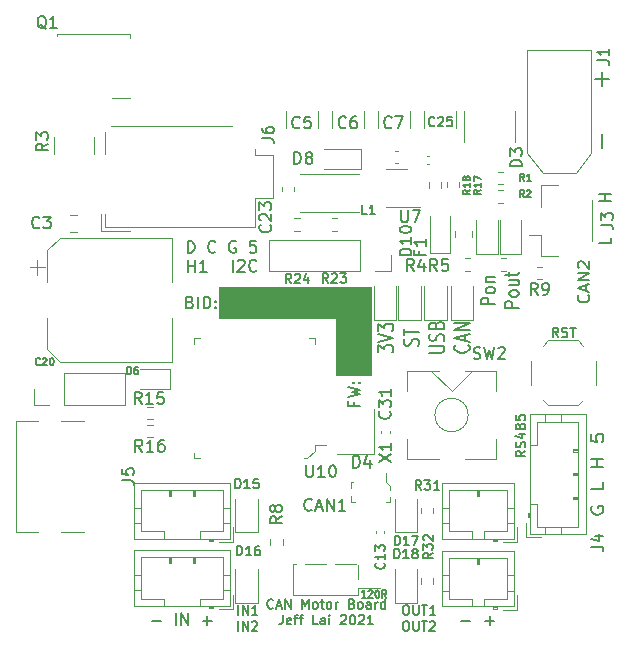
<source format=gbr>
G04 #@! TF.GenerationSoftware,KiCad,Pcbnew,5.1.9-73d0e3b20d~88~ubuntu20.04.1*
G04 #@! TF.CreationDate,2021-04-08T00:26:52+08:00*
G04 #@! TF.ProjectId,AbsoluteEncoderBoard,4162736f-6c75-4746-9545-6e636f646572,rev?*
G04 #@! TF.SameCoordinates,Original*
G04 #@! TF.FileFunction,Legend,Top*
G04 #@! TF.FilePolarity,Positive*
%FSLAX46Y46*%
G04 Gerber Fmt 4.6, Leading zero omitted, Abs format (unit mm)*
G04 Created by KiCad (PCBNEW 5.1.9-73d0e3b20d~88~ubuntu20.04.1) date 2021-04-08 00:26:52*
%MOMM*%
%LPD*%
G01*
G04 APERTURE LIST*
%ADD10C,0.150000*%
%ADD11C,0.100000*%
%ADD12C,0.200000*%
%ADD13C,0.120000*%
%ADD14C,3.200000*%
%ADD15R,1.600000X0.760000*%
%ADD16C,4.000000*%
%ADD17R,3.800000X3.800000*%
%ADD18C,1.700000*%
%ADD19R,0.600000X0.450000*%
%ADD20R,1.000000X1.000000*%
%ADD21R,1.560000X0.650000*%
%ADD22R,1.800000X2.900000*%
%ADD23R,2.300000X3.500000*%
%ADD24R,1.100000X1.300000*%
%ADD25R,0.300000X1.200000*%
%ADD26R,1.200000X0.300000*%
%ADD27R,1.500000X1.000000*%
%ADD28R,2.000000X2.000000*%
%ADD29R,1.700000X1.000000*%
%ADD30R,0.850000X0.500000*%
%ADD31O,1.200000X1.750000*%
%ADD32O,1.700000X1.700000*%
%ADD33R,1.700000X1.700000*%
%ADD34C,1.800000*%
%ADD35C,3.700000*%
%ADD36R,1.450000X0.600000*%
%ADD37R,1.450000X0.300000*%
%ADD38O,2.100000X1.000000*%
%ADD39C,0.650000*%
%ADD40O,1.600000X1.000000*%
%ADD41O,1.750000X1.200000*%
%ADD42C,0.254000*%
G04 APERTURE END LIST*
D10*
X153540000Y-91501428D02*
X153197142Y-91501428D01*
X153368571Y-91501428D02*
X153368571Y-90901428D01*
X153311428Y-90987142D01*
X153254285Y-91044285D01*
X153197142Y-91072857D01*
X153768571Y-90958571D02*
X153797142Y-90930000D01*
X153854285Y-90901428D01*
X153997142Y-90901428D01*
X154054285Y-90930000D01*
X154082857Y-90958571D01*
X154111428Y-91015714D01*
X154111428Y-91072857D01*
X154082857Y-91158571D01*
X153740000Y-91501428D01*
X154111428Y-91501428D01*
X154482857Y-90901428D02*
X154540000Y-90901428D01*
X154597142Y-90930000D01*
X154625714Y-90958571D01*
X154654285Y-91015714D01*
X154682857Y-91130000D01*
X154682857Y-91272857D01*
X154654285Y-91387142D01*
X154625714Y-91444285D01*
X154597142Y-91472857D01*
X154540000Y-91501428D01*
X154482857Y-91501428D01*
X154425714Y-91472857D01*
X154397142Y-91444285D01*
X154368571Y-91387142D01*
X154340000Y-91272857D01*
X154340000Y-91130000D01*
X154368571Y-91015714D01*
X154397142Y-90958571D01*
X154425714Y-90930000D01*
X154482857Y-90901428D01*
X155282857Y-91501428D02*
X155082857Y-91215714D01*
X154940000Y-91501428D02*
X154940000Y-90901428D01*
X155168571Y-90901428D01*
X155225714Y-90930000D01*
X155254285Y-90958571D01*
X155282857Y-91015714D01*
X155282857Y-91101428D01*
X155254285Y-91158571D01*
X155225714Y-91187142D01*
X155168571Y-91215714D01*
X154940000Y-91215714D01*
X156869047Y-92161904D02*
X157021428Y-92161904D01*
X157097619Y-92200000D01*
X157173809Y-92276190D01*
X157211904Y-92428571D01*
X157211904Y-92695238D01*
X157173809Y-92847619D01*
X157097619Y-92923809D01*
X157021428Y-92961904D01*
X156869047Y-92961904D01*
X156792857Y-92923809D01*
X156716666Y-92847619D01*
X156678571Y-92695238D01*
X156678571Y-92428571D01*
X156716666Y-92276190D01*
X156792857Y-92200000D01*
X156869047Y-92161904D01*
X157554761Y-92161904D02*
X157554761Y-92809523D01*
X157592857Y-92885714D01*
X157630952Y-92923809D01*
X157707142Y-92961904D01*
X157859523Y-92961904D01*
X157935714Y-92923809D01*
X157973809Y-92885714D01*
X158011904Y-92809523D01*
X158011904Y-92161904D01*
X158278571Y-92161904D02*
X158735714Y-92161904D01*
X158507142Y-92961904D02*
X158507142Y-92161904D01*
X159421428Y-92961904D02*
X158964285Y-92961904D01*
X159192857Y-92961904D02*
X159192857Y-92161904D01*
X159116666Y-92276190D01*
X159040476Y-92352380D01*
X158964285Y-92390476D01*
X156869047Y-93511904D02*
X157021428Y-93511904D01*
X157097619Y-93550000D01*
X157173809Y-93626190D01*
X157211904Y-93778571D01*
X157211904Y-94045238D01*
X157173809Y-94197619D01*
X157097619Y-94273809D01*
X157021428Y-94311904D01*
X156869047Y-94311904D01*
X156792857Y-94273809D01*
X156716666Y-94197619D01*
X156678571Y-94045238D01*
X156678571Y-93778571D01*
X156716666Y-93626190D01*
X156792857Y-93550000D01*
X156869047Y-93511904D01*
X157554761Y-93511904D02*
X157554761Y-94159523D01*
X157592857Y-94235714D01*
X157630952Y-94273809D01*
X157707142Y-94311904D01*
X157859523Y-94311904D01*
X157935714Y-94273809D01*
X157973809Y-94235714D01*
X158011904Y-94159523D01*
X158011904Y-93511904D01*
X158278571Y-93511904D02*
X158735714Y-93511904D01*
X158507142Y-94311904D02*
X158507142Y-93511904D01*
X158964285Y-93588095D02*
X159002380Y-93550000D01*
X159078571Y-93511904D01*
X159269047Y-93511904D01*
X159345238Y-93550000D01*
X159383333Y-93588095D01*
X159421428Y-93664285D01*
X159421428Y-93740476D01*
X159383333Y-93854761D01*
X158926190Y-94311904D01*
X159421428Y-94311904D01*
X152553571Y-74966666D02*
X152553571Y-75300000D01*
X153077380Y-75300000D02*
X152077380Y-75300000D01*
X152077380Y-74823809D01*
X152077380Y-74538095D02*
X153077380Y-74300000D01*
X152363095Y-74109523D01*
X153077380Y-73919047D01*
X152077380Y-73680952D01*
X152982142Y-73300000D02*
X153029761Y-73252380D01*
X153077380Y-73300000D01*
X153029761Y-73347619D01*
X152982142Y-73300000D01*
X153077380Y-73300000D01*
X152458333Y-73300000D02*
X152505952Y-73252380D01*
X152553571Y-73300000D01*
X152505952Y-73347619D01*
X152458333Y-73300000D01*
X152553571Y-73300000D01*
X138670238Y-66503571D02*
X138813095Y-66551190D01*
X138860714Y-66598809D01*
X138908333Y-66694047D01*
X138908333Y-66836904D01*
X138860714Y-66932142D01*
X138813095Y-66979761D01*
X138717857Y-67027380D01*
X138336904Y-67027380D01*
X138336904Y-66027380D01*
X138670238Y-66027380D01*
X138765476Y-66075000D01*
X138813095Y-66122619D01*
X138860714Y-66217857D01*
X138860714Y-66313095D01*
X138813095Y-66408333D01*
X138765476Y-66455952D01*
X138670238Y-66503571D01*
X138336904Y-66503571D01*
X139336904Y-67027380D02*
X139336904Y-66027380D01*
X139813095Y-67027380D02*
X139813095Y-66027380D01*
X140051190Y-66027380D01*
X140194047Y-66075000D01*
X140289285Y-66170238D01*
X140336904Y-66265476D01*
X140384523Y-66455952D01*
X140384523Y-66598809D01*
X140336904Y-66789285D01*
X140289285Y-66884523D01*
X140194047Y-66979761D01*
X140051190Y-67027380D01*
X139813095Y-67027380D01*
X140813095Y-66932142D02*
X140860714Y-66979761D01*
X140813095Y-67027380D01*
X140765476Y-66979761D01*
X140813095Y-66932142D01*
X140813095Y-67027380D01*
X140813095Y-66408333D02*
X140860714Y-66455952D01*
X140813095Y-66503571D01*
X140765476Y-66455952D01*
X140813095Y-66408333D01*
X140813095Y-66503571D01*
D11*
G36*
X151000000Y-67800000D02*
G01*
X141125000Y-67800000D01*
X141125000Y-65175000D01*
X151000000Y-65175000D01*
X151000000Y-67800000D01*
G37*
X151000000Y-67800000D02*
X141125000Y-67800000D01*
X141125000Y-65175000D01*
X151000000Y-65175000D01*
X151000000Y-67800000D01*
G36*
X154000000Y-72625000D02*
G01*
X151000000Y-72625000D01*
X151000000Y-65175000D01*
X154000000Y-65175000D01*
X154000000Y-72625000D01*
G37*
X154000000Y-72625000D02*
X151000000Y-72625000D01*
X151000000Y-65175000D01*
X154000000Y-65175000D01*
X154000000Y-72625000D01*
D10*
X148955952Y-84057142D02*
X148908333Y-84104761D01*
X148765476Y-84152380D01*
X148670238Y-84152380D01*
X148527380Y-84104761D01*
X148432142Y-84009523D01*
X148384523Y-83914285D01*
X148336904Y-83723809D01*
X148336904Y-83580952D01*
X148384523Y-83390476D01*
X148432142Y-83295238D01*
X148527380Y-83200000D01*
X148670238Y-83152380D01*
X148765476Y-83152380D01*
X148908333Y-83200000D01*
X148955952Y-83247619D01*
X149336904Y-83866666D02*
X149813095Y-83866666D01*
X149241666Y-84152380D02*
X149575000Y-83152380D01*
X149908333Y-84152380D01*
X150241666Y-84152380D02*
X150241666Y-83152380D01*
X150813095Y-84152380D01*
X150813095Y-83152380D01*
X151813095Y-84152380D02*
X151241666Y-84152380D01*
X151527380Y-84152380D02*
X151527380Y-83152380D01*
X151432142Y-83295238D01*
X151336904Y-83390476D01*
X151241666Y-83438095D01*
X167036904Y-79101190D02*
X166655952Y-79367857D01*
X167036904Y-79558333D02*
X166236904Y-79558333D01*
X166236904Y-79253571D01*
X166275000Y-79177380D01*
X166313095Y-79139285D01*
X166389285Y-79101190D01*
X166503571Y-79101190D01*
X166579761Y-79139285D01*
X166617857Y-79177380D01*
X166655952Y-79253571D01*
X166655952Y-79558333D01*
X166998809Y-78796428D02*
X167036904Y-78682142D01*
X167036904Y-78491666D01*
X166998809Y-78415476D01*
X166960714Y-78377380D01*
X166884523Y-78339285D01*
X166808333Y-78339285D01*
X166732142Y-78377380D01*
X166694047Y-78415476D01*
X166655952Y-78491666D01*
X166617857Y-78644047D01*
X166579761Y-78720238D01*
X166541666Y-78758333D01*
X166465476Y-78796428D01*
X166389285Y-78796428D01*
X166313095Y-78758333D01*
X166275000Y-78720238D01*
X166236904Y-78644047D01*
X166236904Y-78453571D01*
X166275000Y-78339285D01*
X166503571Y-77653571D02*
X167036904Y-77653571D01*
X166198809Y-77844047D02*
X166770238Y-78034523D01*
X166770238Y-77539285D01*
X166579761Y-77120238D02*
X166541666Y-77196428D01*
X166503571Y-77234523D01*
X166427380Y-77272619D01*
X166389285Y-77272619D01*
X166313095Y-77234523D01*
X166275000Y-77196428D01*
X166236904Y-77120238D01*
X166236904Y-76967857D01*
X166275000Y-76891666D01*
X166313095Y-76853571D01*
X166389285Y-76815476D01*
X166427380Y-76815476D01*
X166503571Y-76853571D01*
X166541666Y-76891666D01*
X166579761Y-76967857D01*
X166579761Y-77120238D01*
X166617857Y-77196428D01*
X166655952Y-77234523D01*
X166732142Y-77272619D01*
X166884523Y-77272619D01*
X166960714Y-77234523D01*
X166998809Y-77196428D01*
X167036904Y-77120238D01*
X167036904Y-76967857D01*
X166998809Y-76891666D01*
X166960714Y-76853571D01*
X166884523Y-76815476D01*
X166732142Y-76815476D01*
X166655952Y-76853571D01*
X166617857Y-76891666D01*
X166579761Y-76967857D01*
X166236904Y-76091666D02*
X166236904Y-76472619D01*
X166617857Y-76510714D01*
X166579761Y-76472619D01*
X166541666Y-76396428D01*
X166541666Y-76205952D01*
X166579761Y-76129761D01*
X166617857Y-76091666D01*
X166694047Y-76053571D01*
X166884523Y-76053571D01*
X166960714Y-76091666D01*
X166998809Y-76129761D01*
X167036904Y-76205952D01*
X167036904Y-76396428D01*
X166998809Y-76472619D01*
X166960714Y-76510714D01*
X172382142Y-65894047D02*
X172429761Y-65941666D01*
X172477380Y-66084523D01*
X172477380Y-66179761D01*
X172429761Y-66322619D01*
X172334523Y-66417857D01*
X172239285Y-66465476D01*
X172048809Y-66513095D01*
X171905952Y-66513095D01*
X171715476Y-66465476D01*
X171620238Y-66417857D01*
X171525000Y-66322619D01*
X171477380Y-66179761D01*
X171477380Y-66084523D01*
X171525000Y-65941666D01*
X171572619Y-65894047D01*
X172191666Y-65513095D02*
X172191666Y-65036904D01*
X172477380Y-65608333D02*
X171477380Y-65275000D01*
X172477380Y-64941666D01*
X172477380Y-64608333D02*
X171477380Y-64608333D01*
X172477380Y-64036904D01*
X171477380Y-64036904D01*
X171572619Y-63608333D02*
X171525000Y-63560714D01*
X171477380Y-63465476D01*
X171477380Y-63227380D01*
X171525000Y-63132142D01*
X171572619Y-63084523D01*
X171667857Y-63036904D01*
X171763095Y-63036904D01*
X171905952Y-63084523D01*
X172477380Y-63655952D01*
X172477380Y-63036904D01*
X142273809Y-63902380D02*
X142273809Y-62902380D01*
X142702380Y-62997619D02*
X142750000Y-62950000D01*
X142845238Y-62902380D01*
X143083333Y-62902380D01*
X143178571Y-62950000D01*
X143226190Y-62997619D01*
X143273809Y-63092857D01*
X143273809Y-63188095D01*
X143226190Y-63330952D01*
X142654761Y-63902380D01*
X143273809Y-63902380D01*
X144273809Y-63807142D02*
X144226190Y-63854761D01*
X144083333Y-63902380D01*
X143988095Y-63902380D01*
X143845238Y-63854761D01*
X143750000Y-63759523D01*
X143702380Y-63664285D01*
X143654761Y-63473809D01*
X143654761Y-63330952D01*
X143702380Y-63140476D01*
X143750000Y-63045238D01*
X143845238Y-62950000D01*
X143988095Y-62902380D01*
X144083333Y-62902380D01*
X144226190Y-62950000D01*
X144273809Y-62997619D01*
X145685714Y-92360714D02*
X145647619Y-92398809D01*
X145533333Y-92436904D01*
X145457142Y-92436904D01*
X145342857Y-92398809D01*
X145266666Y-92322619D01*
X145228571Y-92246428D01*
X145190476Y-92094047D01*
X145190476Y-91979761D01*
X145228571Y-91827380D01*
X145266666Y-91751190D01*
X145342857Y-91675000D01*
X145457142Y-91636904D01*
X145533333Y-91636904D01*
X145647619Y-91675000D01*
X145685714Y-91713095D01*
X145990476Y-92208333D02*
X146371428Y-92208333D01*
X145914285Y-92436904D02*
X146180952Y-91636904D01*
X146447619Y-92436904D01*
X146714285Y-92436904D02*
X146714285Y-91636904D01*
X147171428Y-92436904D01*
X147171428Y-91636904D01*
X148161904Y-92436904D02*
X148161904Y-91636904D01*
X148428571Y-92208333D01*
X148695238Y-91636904D01*
X148695238Y-92436904D01*
X149190476Y-92436904D02*
X149114285Y-92398809D01*
X149076190Y-92360714D01*
X149038095Y-92284523D01*
X149038095Y-92055952D01*
X149076190Y-91979761D01*
X149114285Y-91941666D01*
X149190476Y-91903571D01*
X149304761Y-91903571D01*
X149380952Y-91941666D01*
X149419047Y-91979761D01*
X149457142Y-92055952D01*
X149457142Y-92284523D01*
X149419047Y-92360714D01*
X149380952Y-92398809D01*
X149304761Y-92436904D01*
X149190476Y-92436904D01*
X149685714Y-91903571D02*
X149990476Y-91903571D01*
X149800000Y-91636904D02*
X149800000Y-92322619D01*
X149838095Y-92398809D01*
X149914285Y-92436904D01*
X149990476Y-92436904D01*
X150371428Y-92436904D02*
X150295238Y-92398809D01*
X150257142Y-92360714D01*
X150219047Y-92284523D01*
X150219047Y-92055952D01*
X150257142Y-91979761D01*
X150295238Y-91941666D01*
X150371428Y-91903571D01*
X150485714Y-91903571D01*
X150561904Y-91941666D01*
X150600000Y-91979761D01*
X150638095Y-92055952D01*
X150638095Y-92284523D01*
X150600000Y-92360714D01*
X150561904Y-92398809D01*
X150485714Y-92436904D01*
X150371428Y-92436904D01*
X150980952Y-92436904D02*
X150980952Y-91903571D01*
X150980952Y-92055952D02*
X151019047Y-91979761D01*
X151057142Y-91941666D01*
X151133333Y-91903571D01*
X151209523Y-91903571D01*
X152352380Y-92017857D02*
X152466666Y-92055952D01*
X152504761Y-92094047D01*
X152542857Y-92170238D01*
X152542857Y-92284523D01*
X152504761Y-92360714D01*
X152466666Y-92398809D01*
X152390476Y-92436904D01*
X152085714Y-92436904D01*
X152085714Y-91636904D01*
X152352380Y-91636904D01*
X152428571Y-91675000D01*
X152466666Y-91713095D01*
X152504761Y-91789285D01*
X152504761Y-91865476D01*
X152466666Y-91941666D01*
X152428571Y-91979761D01*
X152352380Y-92017857D01*
X152085714Y-92017857D01*
X153000000Y-92436904D02*
X152923809Y-92398809D01*
X152885714Y-92360714D01*
X152847619Y-92284523D01*
X152847619Y-92055952D01*
X152885714Y-91979761D01*
X152923809Y-91941666D01*
X153000000Y-91903571D01*
X153114285Y-91903571D01*
X153190476Y-91941666D01*
X153228571Y-91979761D01*
X153266666Y-92055952D01*
X153266666Y-92284523D01*
X153228571Y-92360714D01*
X153190476Y-92398809D01*
X153114285Y-92436904D01*
X153000000Y-92436904D01*
X153952380Y-92436904D02*
X153952380Y-92017857D01*
X153914285Y-91941666D01*
X153838095Y-91903571D01*
X153685714Y-91903571D01*
X153609523Y-91941666D01*
X153952380Y-92398809D02*
X153876190Y-92436904D01*
X153685714Y-92436904D01*
X153609523Y-92398809D01*
X153571428Y-92322619D01*
X153571428Y-92246428D01*
X153609523Y-92170238D01*
X153685714Y-92132142D01*
X153876190Y-92132142D01*
X153952380Y-92094047D01*
X154333333Y-92436904D02*
X154333333Y-91903571D01*
X154333333Y-92055952D02*
X154371428Y-91979761D01*
X154409523Y-91941666D01*
X154485714Y-91903571D01*
X154561904Y-91903571D01*
X155171428Y-92436904D02*
X155171428Y-91636904D01*
X155171428Y-92398809D02*
X155095238Y-92436904D01*
X154942857Y-92436904D01*
X154866666Y-92398809D01*
X154828571Y-92360714D01*
X154790476Y-92284523D01*
X154790476Y-92055952D01*
X154828571Y-91979761D01*
X154866666Y-91941666D01*
X154942857Y-91903571D01*
X155095238Y-91903571D01*
X155171428Y-91941666D01*
X146504761Y-92986904D02*
X146504761Y-93558333D01*
X146466666Y-93672619D01*
X146390476Y-93748809D01*
X146276190Y-93786904D01*
X146200000Y-93786904D01*
X147190476Y-93748809D02*
X147114285Y-93786904D01*
X146961904Y-93786904D01*
X146885714Y-93748809D01*
X146847619Y-93672619D01*
X146847619Y-93367857D01*
X146885714Y-93291666D01*
X146961904Y-93253571D01*
X147114285Y-93253571D01*
X147190476Y-93291666D01*
X147228571Y-93367857D01*
X147228571Y-93444047D01*
X146847619Y-93520238D01*
X147457142Y-93253571D02*
X147761904Y-93253571D01*
X147571428Y-93786904D02*
X147571428Y-93101190D01*
X147609523Y-93025000D01*
X147685714Y-92986904D01*
X147761904Y-92986904D01*
X147914285Y-93253571D02*
X148219047Y-93253571D01*
X148028571Y-93786904D02*
X148028571Y-93101190D01*
X148066666Y-93025000D01*
X148142857Y-92986904D01*
X148219047Y-92986904D01*
X149476190Y-93786904D02*
X149095238Y-93786904D01*
X149095238Y-92986904D01*
X150085714Y-93786904D02*
X150085714Y-93367857D01*
X150047619Y-93291666D01*
X149971428Y-93253571D01*
X149819047Y-93253571D01*
X149742857Y-93291666D01*
X150085714Y-93748809D02*
X150009523Y-93786904D01*
X149819047Y-93786904D01*
X149742857Y-93748809D01*
X149704761Y-93672619D01*
X149704761Y-93596428D01*
X149742857Y-93520238D01*
X149819047Y-93482142D01*
X150009523Y-93482142D01*
X150085714Y-93444047D01*
X150466666Y-93786904D02*
X150466666Y-93253571D01*
X150466666Y-92986904D02*
X150428571Y-93025000D01*
X150466666Y-93063095D01*
X150504761Y-93025000D01*
X150466666Y-92986904D01*
X150466666Y-93063095D01*
X151419047Y-93063095D02*
X151457142Y-93025000D01*
X151533333Y-92986904D01*
X151723809Y-92986904D01*
X151800000Y-93025000D01*
X151838095Y-93063095D01*
X151876190Y-93139285D01*
X151876190Y-93215476D01*
X151838095Y-93329761D01*
X151380952Y-93786904D01*
X151876190Y-93786904D01*
X152371428Y-92986904D02*
X152447619Y-92986904D01*
X152523809Y-93025000D01*
X152561904Y-93063095D01*
X152600000Y-93139285D01*
X152638095Y-93291666D01*
X152638095Y-93482142D01*
X152600000Y-93634523D01*
X152561904Y-93710714D01*
X152523809Y-93748809D01*
X152447619Y-93786904D01*
X152371428Y-93786904D01*
X152295238Y-93748809D01*
X152257142Y-93710714D01*
X152219047Y-93634523D01*
X152180952Y-93482142D01*
X152180952Y-93291666D01*
X152219047Y-93139285D01*
X152257142Y-93063095D01*
X152295238Y-93025000D01*
X152371428Y-92986904D01*
X152942857Y-93063095D02*
X152980952Y-93025000D01*
X153057142Y-92986904D01*
X153247619Y-92986904D01*
X153323809Y-93025000D01*
X153361904Y-93063095D01*
X153400000Y-93139285D01*
X153400000Y-93215476D01*
X153361904Y-93329761D01*
X152904761Y-93786904D01*
X153400000Y-93786904D01*
X154161904Y-93786904D02*
X153704761Y-93786904D01*
X153933333Y-93786904D02*
X153933333Y-92986904D01*
X153857142Y-93101190D01*
X153780952Y-93177380D01*
X153704761Y-93215476D01*
X172700000Y-83792857D02*
X172652380Y-83907142D01*
X172652380Y-84078571D01*
X172700000Y-84250000D01*
X172795238Y-84364285D01*
X172890476Y-84421428D01*
X173080952Y-84478571D01*
X173223809Y-84478571D01*
X173414285Y-84421428D01*
X173509523Y-84364285D01*
X173604761Y-84250000D01*
X173652380Y-84078571D01*
X173652380Y-83964285D01*
X173604761Y-83792857D01*
X173557142Y-83735714D01*
X173223809Y-83735714D01*
X173223809Y-83964285D01*
X173652380Y-81735714D02*
X173652380Y-82307142D01*
X172652380Y-82307142D01*
X173652380Y-80421428D02*
X172652380Y-80421428D01*
X173128571Y-80421428D02*
X173128571Y-79735714D01*
X173652380Y-79735714D02*
X172652380Y-79735714D01*
X172652380Y-77678571D02*
X172652380Y-78250000D01*
X173128571Y-78307142D01*
X173080952Y-78250000D01*
X173033333Y-78135714D01*
X173033333Y-77850000D01*
X173080952Y-77735714D01*
X173128571Y-77678571D01*
X173223809Y-77621428D01*
X173461904Y-77621428D01*
X173557142Y-77678571D01*
X173604761Y-77735714D01*
X173652380Y-77850000D01*
X173652380Y-78135714D01*
X173604761Y-78250000D01*
X173557142Y-78307142D01*
X138469047Y-62302380D02*
X138469047Y-61302380D01*
X138707142Y-61302380D01*
X138850000Y-61350000D01*
X138945238Y-61445238D01*
X138992857Y-61540476D01*
X139040476Y-61730952D01*
X139040476Y-61873809D01*
X138992857Y-62064285D01*
X138945238Y-62159523D01*
X138850000Y-62254761D01*
X138707142Y-62302380D01*
X138469047Y-62302380D01*
X140802380Y-62207142D02*
X140754761Y-62254761D01*
X140611904Y-62302380D01*
X140516666Y-62302380D01*
X140373809Y-62254761D01*
X140278571Y-62159523D01*
X140230952Y-62064285D01*
X140183333Y-61873809D01*
X140183333Y-61730952D01*
X140230952Y-61540476D01*
X140278571Y-61445238D01*
X140373809Y-61350000D01*
X140516666Y-61302380D01*
X140611904Y-61302380D01*
X140754761Y-61350000D01*
X140802380Y-61397619D01*
X142516666Y-61350000D02*
X142421428Y-61302380D01*
X142278571Y-61302380D01*
X142135714Y-61350000D01*
X142040476Y-61445238D01*
X141992857Y-61540476D01*
X141945238Y-61730952D01*
X141945238Y-61873809D01*
X141992857Y-62064285D01*
X142040476Y-62159523D01*
X142135714Y-62254761D01*
X142278571Y-62302380D01*
X142373809Y-62302380D01*
X142516666Y-62254761D01*
X142564285Y-62207142D01*
X142564285Y-61873809D01*
X142373809Y-61873809D01*
X144230952Y-61302380D02*
X143754761Y-61302380D01*
X143707142Y-61778571D01*
X143754761Y-61730952D01*
X143850000Y-61683333D01*
X144088095Y-61683333D01*
X144183333Y-61730952D01*
X144230952Y-61778571D01*
X144278571Y-61873809D01*
X144278571Y-62111904D01*
X144230952Y-62207142D01*
X144183333Y-62254761D01*
X144088095Y-62302380D01*
X143850000Y-62302380D01*
X143754761Y-62254761D01*
X143707142Y-62207142D01*
X169851904Y-69441904D02*
X169585238Y-69060952D01*
X169394761Y-69441904D02*
X169394761Y-68641904D01*
X169699523Y-68641904D01*
X169775714Y-68680000D01*
X169813809Y-68718095D01*
X169851904Y-68794285D01*
X169851904Y-68908571D01*
X169813809Y-68984761D01*
X169775714Y-69022857D01*
X169699523Y-69060952D01*
X169394761Y-69060952D01*
X170156666Y-69403809D02*
X170270952Y-69441904D01*
X170461428Y-69441904D01*
X170537619Y-69403809D01*
X170575714Y-69365714D01*
X170613809Y-69289523D01*
X170613809Y-69213333D01*
X170575714Y-69137142D01*
X170537619Y-69099047D01*
X170461428Y-69060952D01*
X170309047Y-69022857D01*
X170232857Y-68984761D01*
X170194761Y-68946666D01*
X170156666Y-68870476D01*
X170156666Y-68794285D01*
X170194761Y-68718095D01*
X170232857Y-68680000D01*
X170309047Y-68641904D01*
X170499523Y-68641904D01*
X170613809Y-68680000D01*
X170842380Y-68641904D02*
X171299523Y-68641904D01*
X171070952Y-69441904D02*
X171070952Y-68641904D01*
X135451190Y-93451428D02*
X136213095Y-93451428D01*
X137451190Y-93832380D02*
X137451190Y-92832380D01*
X137927380Y-93832380D02*
X137927380Y-92832380D01*
X138498809Y-93832380D01*
X138498809Y-92832380D01*
X139736904Y-93451428D02*
X140498809Y-93451428D01*
X140117857Y-93832380D02*
X140117857Y-93070476D01*
X161644047Y-93451428D02*
X162405952Y-93451428D01*
X163644047Y-93451428D02*
X164405952Y-93451428D01*
X164025000Y-93832380D02*
X164025000Y-93070476D01*
X142725000Y-92961904D02*
X142725000Y-92161904D01*
X143105952Y-92961904D02*
X143105952Y-92161904D01*
X143563095Y-92961904D01*
X143563095Y-92161904D01*
X144363095Y-92961904D02*
X143905952Y-92961904D01*
X144134523Y-92961904D02*
X144134523Y-92161904D01*
X144058333Y-92276190D01*
X143982142Y-92352380D01*
X143905952Y-92390476D01*
X142725000Y-94311904D02*
X142725000Y-93511904D01*
X143105952Y-94311904D02*
X143105952Y-93511904D01*
X143563095Y-94311904D01*
X143563095Y-93511904D01*
X143905952Y-93588095D02*
X143944047Y-93550000D01*
X144020238Y-93511904D01*
X144210714Y-93511904D01*
X144286904Y-93550000D01*
X144325000Y-93588095D01*
X144363095Y-93664285D01*
X144363095Y-93740476D01*
X144325000Y-93854761D01*
X143867857Y-94311904D01*
X144363095Y-94311904D01*
D12*
X164492857Y-66691666D02*
X163292857Y-66691666D01*
X163292857Y-66310714D01*
X163350000Y-66215476D01*
X163407142Y-66167857D01*
X163521428Y-66120238D01*
X163692857Y-66120238D01*
X163807142Y-66167857D01*
X163864285Y-66215476D01*
X163921428Y-66310714D01*
X163921428Y-66691666D01*
X164492857Y-65548809D02*
X164435714Y-65644047D01*
X164378571Y-65691666D01*
X164264285Y-65739285D01*
X163921428Y-65739285D01*
X163807142Y-65691666D01*
X163750000Y-65644047D01*
X163692857Y-65548809D01*
X163692857Y-65405952D01*
X163750000Y-65310714D01*
X163807142Y-65263095D01*
X163921428Y-65215476D01*
X164264285Y-65215476D01*
X164378571Y-65263095D01*
X164435714Y-65310714D01*
X164492857Y-65405952D01*
X164492857Y-65548809D01*
X163692857Y-64786904D02*
X164492857Y-64786904D01*
X163807142Y-64786904D02*
X163750000Y-64739285D01*
X163692857Y-64644047D01*
X163692857Y-64501190D01*
X163750000Y-64405952D01*
X163864285Y-64358333D01*
X164492857Y-64358333D01*
X166492857Y-66977380D02*
X165292857Y-66977380D01*
X165292857Y-66596428D01*
X165350000Y-66501190D01*
X165407142Y-66453571D01*
X165521428Y-66405952D01*
X165692857Y-66405952D01*
X165807142Y-66453571D01*
X165864285Y-66501190D01*
X165921428Y-66596428D01*
X165921428Y-66977380D01*
X166492857Y-65834523D02*
X166435714Y-65929761D01*
X166378571Y-65977380D01*
X166264285Y-66025000D01*
X165921428Y-66025000D01*
X165807142Y-65977380D01*
X165750000Y-65929761D01*
X165692857Y-65834523D01*
X165692857Y-65691666D01*
X165750000Y-65596428D01*
X165807142Y-65548809D01*
X165921428Y-65501190D01*
X166264285Y-65501190D01*
X166378571Y-65548809D01*
X166435714Y-65596428D01*
X166492857Y-65691666D01*
X166492857Y-65834523D01*
X165692857Y-64644047D02*
X166492857Y-64644047D01*
X165692857Y-65072619D02*
X166321428Y-65072619D01*
X166435714Y-65025000D01*
X166492857Y-64929761D01*
X166492857Y-64786904D01*
X166435714Y-64691666D01*
X166378571Y-64644047D01*
X165692857Y-64310714D02*
X165692857Y-63929761D01*
X165292857Y-64167857D02*
X166321428Y-64167857D01*
X166435714Y-64120238D01*
X166492857Y-64025000D01*
X166492857Y-63929761D01*
X154588095Y-70738095D02*
X154588095Y-70119047D01*
X155083333Y-70452380D01*
X155083333Y-70309523D01*
X155145238Y-70214285D01*
X155207142Y-70166666D01*
X155330952Y-70119047D01*
X155640476Y-70119047D01*
X155764285Y-70166666D01*
X155826190Y-70214285D01*
X155888095Y-70309523D01*
X155888095Y-70595238D01*
X155826190Y-70690476D01*
X155764285Y-70738095D01*
X154588095Y-69833333D02*
X155888095Y-69500000D01*
X154588095Y-69166666D01*
X154588095Y-68928571D02*
X154588095Y-68309523D01*
X155083333Y-68642857D01*
X155083333Y-68500000D01*
X155145238Y-68404761D01*
X155207142Y-68357142D01*
X155330952Y-68309523D01*
X155640476Y-68309523D01*
X155764285Y-68357142D01*
X155826190Y-68404761D01*
X155888095Y-68500000D01*
X155888095Y-68785714D01*
X155826190Y-68880952D01*
X155764285Y-68928571D01*
X157976190Y-70166666D02*
X158038095Y-70023809D01*
X158038095Y-69785714D01*
X157976190Y-69690476D01*
X157914285Y-69642857D01*
X157790476Y-69595238D01*
X157666666Y-69595238D01*
X157542857Y-69642857D01*
X157480952Y-69690476D01*
X157419047Y-69785714D01*
X157357142Y-69976190D01*
X157295238Y-70071428D01*
X157233333Y-70119047D01*
X157109523Y-70166666D01*
X156985714Y-70166666D01*
X156861904Y-70119047D01*
X156800000Y-70071428D01*
X156738095Y-69976190D01*
X156738095Y-69738095D01*
X156800000Y-69595238D01*
X156738095Y-69309523D02*
X156738095Y-68738095D01*
X158038095Y-69023809D02*
X156738095Y-69023809D01*
X158888095Y-70761904D02*
X159940476Y-70761904D01*
X160064285Y-70714285D01*
X160126190Y-70666666D01*
X160188095Y-70571428D01*
X160188095Y-70380952D01*
X160126190Y-70285714D01*
X160064285Y-70238095D01*
X159940476Y-70190476D01*
X158888095Y-70190476D01*
X160126190Y-69761904D02*
X160188095Y-69619047D01*
X160188095Y-69380952D01*
X160126190Y-69285714D01*
X160064285Y-69238095D01*
X159940476Y-69190476D01*
X159816666Y-69190476D01*
X159692857Y-69238095D01*
X159630952Y-69285714D01*
X159569047Y-69380952D01*
X159507142Y-69571428D01*
X159445238Y-69666666D01*
X159383333Y-69714285D01*
X159259523Y-69761904D01*
X159135714Y-69761904D01*
X159011904Y-69714285D01*
X158950000Y-69666666D01*
X158888095Y-69571428D01*
X158888095Y-69333333D01*
X158950000Y-69190476D01*
X159507142Y-68428571D02*
X159569047Y-68285714D01*
X159630952Y-68238095D01*
X159754761Y-68190476D01*
X159940476Y-68190476D01*
X160064285Y-68238095D01*
X160126190Y-68285714D01*
X160188095Y-68380952D01*
X160188095Y-68761904D01*
X158888095Y-68761904D01*
X158888095Y-68428571D01*
X158950000Y-68333333D01*
X159011904Y-68285714D01*
X159135714Y-68238095D01*
X159259523Y-68238095D01*
X159383333Y-68285714D01*
X159445238Y-68333333D01*
X159507142Y-68428571D01*
X159507142Y-68761904D01*
X162214285Y-70142857D02*
X162276190Y-70190476D01*
X162338095Y-70333333D01*
X162338095Y-70428571D01*
X162276190Y-70571428D01*
X162152380Y-70666666D01*
X162028571Y-70714285D01*
X161780952Y-70761904D01*
X161595238Y-70761904D01*
X161347619Y-70714285D01*
X161223809Y-70666666D01*
X161100000Y-70571428D01*
X161038095Y-70428571D01*
X161038095Y-70333333D01*
X161100000Y-70190476D01*
X161161904Y-70142857D01*
X161966666Y-69761904D02*
X161966666Y-69285714D01*
X162338095Y-69857142D02*
X161038095Y-69523809D01*
X162338095Y-69190476D01*
X162338095Y-68857142D02*
X161038095Y-68857142D01*
X162338095Y-68285714D01*
X161038095Y-68285714D01*
D10*
X174302380Y-57935714D02*
X173302380Y-57935714D01*
X173778571Y-57935714D02*
X173778571Y-57364285D01*
X174302380Y-57364285D02*
X173302380Y-57364285D01*
X174302380Y-61040476D02*
X174302380Y-61516666D01*
X173302380Y-61516666D01*
D13*
X152910000Y-88670000D02*
X147390000Y-88670000D01*
X154760000Y-90680000D02*
X152910000Y-90680000D01*
X152910000Y-91330000D02*
X152910000Y-90680000D01*
X152910000Y-91330000D02*
X147390000Y-91330000D01*
X147390000Y-91330000D02*
X147390000Y-90061000D01*
X152910000Y-89939000D02*
X152910000Y-88670000D01*
X147390000Y-89939000D02*
X147390000Y-88670000D01*
X167216000Y-53842000D02*
X167216000Y-45122000D01*
X167216000Y-45122000D02*
X172636000Y-45122000D01*
X172636000Y-53842000D02*
X172636000Y-45122000D01*
X168516000Y-55542000D02*
X167216000Y-53842000D01*
X171336000Y-55542000D02*
X172636000Y-53842000D01*
X168516000Y-55542000D02*
X171336000Y-55542000D01*
X136950000Y-73850000D02*
X134400000Y-73850000D01*
X136950000Y-72150000D02*
X134400000Y-72150000D01*
X136950000Y-73850000D02*
X136950000Y-72150000D01*
X155585000Y-77582836D02*
X155585000Y-77367164D01*
X154865000Y-77582836D02*
X154865000Y-77367164D01*
X158692164Y-54835000D02*
X158907836Y-54835000D01*
X158692164Y-54115000D02*
X158907836Y-54115000D01*
X154390000Y-85842164D02*
X154390000Y-86057836D01*
X155110000Y-85842164D02*
X155110000Y-86057836D01*
X158950000Y-62350000D02*
X160650000Y-62350000D01*
X160650000Y-62350000D02*
X160650000Y-59200000D01*
X158950000Y-62350000D02*
X158950000Y-59200000D01*
X153150000Y-55200000D02*
X153150000Y-53500000D01*
X153150000Y-53500000D02*
X150000000Y-53500000D01*
X153150000Y-55200000D02*
X150000000Y-55200000D01*
X172660000Y-61315000D02*
X172660000Y-57885000D01*
X168390000Y-56615000D02*
X168390000Y-58415000D01*
X169840000Y-56615000D02*
X168390000Y-56615000D01*
X168390000Y-60785000D02*
X167400000Y-60785000D01*
X168390000Y-62585000D02*
X168390000Y-60785000D01*
X169840000Y-62585000D02*
X168390000Y-62585000D01*
X165437258Y-63822500D02*
X164962742Y-63822500D01*
X165437258Y-62777500D02*
X164962742Y-62777500D01*
X164890000Y-59550000D02*
X164890000Y-62435000D01*
X164890000Y-62435000D02*
X166710000Y-62435000D01*
X166710000Y-62435000D02*
X166710000Y-59550000D01*
X161912742Y-62777500D02*
X162387258Y-62777500D01*
X161912742Y-63822500D02*
X162387258Y-63822500D01*
X162890000Y-59550000D02*
X162890000Y-62435000D01*
X162890000Y-62435000D02*
X164710000Y-62435000D01*
X164710000Y-62435000D02*
X164710000Y-59550000D01*
X137110000Y-71560000D02*
X137110000Y-67810000D01*
X137110000Y-61040000D02*
X137110000Y-64790000D01*
X127654437Y-61040000D02*
X137110000Y-61040000D01*
X127654437Y-71560000D02*
X137110000Y-71560000D01*
X126590000Y-70495563D02*
X126590000Y-67810000D01*
X126590000Y-62104437D02*
X126590000Y-64790000D01*
X126590000Y-62104437D02*
X127654437Y-61040000D01*
X126590000Y-70495563D02*
X127654437Y-71560000D01*
X125100000Y-63540000D02*
X126350000Y-63540000D01*
X125725000Y-62915000D02*
X125725000Y-64165000D01*
X155215840Y-58475480D02*
X158165840Y-58475480D01*
X157015840Y-55255480D02*
X155215840Y-55255480D01*
X159897160Y-56792858D02*
X159897160Y-56318342D01*
X158852160Y-56792858D02*
X158852160Y-56318342D01*
X160427500Y-56312742D02*
X160427500Y-56787258D01*
X161472500Y-56312742D02*
X161472500Y-56787258D01*
X164703542Y-58067100D02*
X165178058Y-58067100D01*
X164703542Y-57022100D02*
X165178058Y-57022100D01*
X164703542Y-56492300D02*
X165178058Y-56492300D01*
X164703542Y-55447300D02*
X165178058Y-55447300D01*
X153004700Y-55639860D02*
X148004700Y-55639860D01*
X153004700Y-58839860D02*
X148004700Y-58839860D01*
X166150000Y-45600000D02*
X166150000Y-52900000D01*
X161850000Y-45600000D02*
X161850000Y-52900000D01*
X166150000Y-45600000D02*
X161850000Y-45600000D01*
X146443780Y-56781780D02*
X146443780Y-57062940D01*
X147463780Y-56781780D02*
X147463780Y-57062940D01*
X155975260Y-54716100D02*
X156256420Y-54716100D01*
X155975260Y-53696100D02*
X156256420Y-53696100D01*
X161160000Y-50288748D02*
X161160000Y-51711252D01*
X158440000Y-50288748D02*
X158440000Y-51711252D01*
X157272500Y-50288748D02*
X157272500Y-51711252D01*
X154552500Y-50288748D02*
X154552500Y-51711252D01*
X153385000Y-50288748D02*
X153385000Y-51711252D01*
X150665000Y-50288748D02*
X150665000Y-51711252D01*
X151075000Y-79325000D02*
X154225000Y-79325000D01*
X154225000Y-79325000D02*
X154225000Y-75525000D01*
D11*
X148300000Y-79725000D02*
X148600000Y-79725000D01*
X148600000Y-79725000D02*
X149200000Y-79125000D01*
X149200000Y-79125000D02*
X149200000Y-78625000D01*
X149200000Y-78625000D02*
X150200000Y-78625000D01*
X149200000Y-69525000D02*
X149200000Y-70025000D01*
X149200000Y-69525000D02*
X148700000Y-69525000D01*
X139000000Y-79725000D02*
X139500000Y-79725000D01*
X139000000Y-79725000D02*
X139000000Y-79225000D01*
X139000000Y-69525000D02*
X139500000Y-69525000D01*
X139000000Y-69525000D02*
X139000000Y-70025000D01*
D13*
X157050000Y-79800000D02*
X157050000Y-78060000D01*
X157050000Y-72300000D02*
X157050000Y-74000000D01*
X164550000Y-79800000D02*
X164550000Y-78100000D01*
X164550000Y-72300000D02*
X164550000Y-74000000D01*
X157050000Y-79800000D02*
X159700000Y-79800000D01*
X164550000Y-79800000D02*
X161900000Y-79800000D01*
X157050000Y-72300000D02*
X159700000Y-72300000D01*
X164550000Y-72300000D02*
X161900000Y-72300000D01*
X160800000Y-74050000D02*
X162550000Y-72300000D01*
X160800000Y-74050000D02*
X159050000Y-72300000D01*
X162214214Y-76050000D02*
G75*
G03*
X162214214Y-76050000I-1414214J0D01*
G01*
X171960000Y-70190000D02*
X171510000Y-69740000D01*
X168560000Y-70190000D02*
X169010000Y-69740000D01*
X168560000Y-74790000D02*
X169010000Y-75240000D01*
X171960000Y-74790000D02*
X171510000Y-75240000D01*
X167510000Y-73490000D02*
X167510000Y-71490000D01*
X171510000Y-69740000D02*
X169010000Y-69740000D01*
X173010000Y-73490000D02*
X173010000Y-71490000D01*
X171510000Y-75240000D02*
X169010000Y-75240000D01*
X158227500Y-90339758D02*
X158227500Y-89865242D01*
X159272500Y-90339758D02*
X159272500Y-89865242D01*
X158227500Y-84387258D02*
X158227500Y-83912742D01*
X159272500Y-84387258D02*
X159272500Y-83912742D01*
X147462742Y-59397500D02*
X147937258Y-59397500D01*
X147462742Y-60442500D02*
X147937258Y-60442500D01*
X151137258Y-60442500D02*
X150662742Y-60442500D01*
X151137258Y-59397500D02*
X150662742Y-59397500D01*
X135487258Y-77922500D02*
X135012742Y-77922500D01*
X135487258Y-76877500D02*
X135012742Y-76877500D01*
X135487258Y-76397500D02*
X135012742Y-76397500D01*
X135487258Y-75352500D02*
X135012742Y-75352500D01*
X168487258Y-64522500D02*
X168012742Y-64522500D01*
X168487258Y-63477500D02*
X168012742Y-63477500D01*
X146497500Y-86587742D02*
X146497500Y-87062258D01*
X145452500Y-86587742D02*
X145452500Y-87062258D01*
X127144200Y-55669464D02*
X127144200Y-51315336D01*
X130564200Y-55669464D02*
X130564200Y-51315336D01*
X127440000Y-43815000D02*
X133560000Y-43815000D01*
X127440000Y-49185000D02*
X133560000Y-49185000D01*
X133560000Y-44165000D02*
X133560000Y-43815000D01*
X127440000Y-44115000D02*
X127440000Y-43815000D01*
X127440000Y-48885000D02*
X127440000Y-49185000D01*
X166085000Y-92247400D02*
X166085000Y-87527400D01*
X166085000Y-87527400D02*
X159965000Y-87527400D01*
X159965000Y-87527400D02*
X159965000Y-92247400D01*
X159965000Y-92247400D02*
X166085000Y-92247400D01*
X164325000Y-92247400D02*
X164325000Y-92447400D01*
X164325000Y-92447400D02*
X164625000Y-92447400D01*
X164625000Y-92447400D02*
X164625000Y-92247400D01*
X164325000Y-92347400D02*
X164625000Y-92347400D01*
X163525000Y-92247400D02*
X163525000Y-91637400D01*
X163525000Y-91637400D02*
X165475000Y-91637400D01*
X165475000Y-91637400D02*
X165475000Y-88137400D01*
X165475000Y-88137400D02*
X160575000Y-88137400D01*
X160575000Y-88137400D02*
X160575000Y-91637400D01*
X160575000Y-91637400D02*
X162525000Y-91637400D01*
X162525000Y-91637400D02*
X162525000Y-92247400D01*
X166085000Y-90937400D02*
X165475000Y-90937400D01*
X166085000Y-89637400D02*
X165475000Y-89637400D01*
X159965000Y-90937400D02*
X160575000Y-90937400D01*
X159965000Y-89637400D02*
X160575000Y-89637400D01*
X163125000Y-88137400D02*
X163125000Y-88637400D01*
X163125000Y-88637400D02*
X162925000Y-88637400D01*
X162925000Y-88637400D02*
X162925000Y-88137400D01*
X163025000Y-88137400D02*
X163025000Y-88637400D01*
X165135000Y-92547400D02*
X166385000Y-92547400D01*
X166385000Y-92547400D02*
X166385000Y-91297400D01*
X166085000Y-86510000D02*
X166085000Y-81790000D01*
X166085000Y-81790000D02*
X159965000Y-81790000D01*
X159965000Y-81790000D02*
X159965000Y-86510000D01*
X159965000Y-86510000D02*
X166085000Y-86510000D01*
X164325000Y-86510000D02*
X164325000Y-86710000D01*
X164325000Y-86710000D02*
X164625000Y-86710000D01*
X164625000Y-86710000D02*
X164625000Y-86510000D01*
X164325000Y-86610000D02*
X164625000Y-86610000D01*
X163525000Y-86510000D02*
X163525000Y-85900000D01*
X163525000Y-85900000D02*
X165475000Y-85900000D01*
X165475000Y-85900000D02*
X165475000Y-82400000D01*
X165475000Y-82400000D02*
X160575000Y-82400000D01*
X160575000Y-82400000D02*
X160575000Y-85900000D01*
X160575000Y-85900000D02*
X162525000Y-85900000D01*
X162525000Y-85900000D02*
X162525000Y-86510000D01*
X166085000Y-85200000D02*
X165475000Y-85200000D01*
X166085000Y-83900000D02*
X165475000Y-83900000D01*
X159965000Y-85200000D02*
X160575000Y-85200000D01*
X159965000Y-83900000D02*
X160575000Y-83900000D01*
X163125000Y-82400000D02*
X163125000Y-82900000D01*
X163125000Y-82900000D02*
X162925000Y-82900000D01*
X162925000Y-82900000D02*
X162925000Y-82400000D01*
X163025000Y-82400000D02*
X163025000Y-82900000D01*
X165135000Y-86810000D02*
X166385000Y-86810000D01*
X166385000Y-86810000D02*
X166385000Y-85560000D01*
X142035000Y-92210000D02*
X142035000Y-87490000D01*
X142035000Y-87490000D02*
X133915000Y-87490000D01*
X133915000Y-87490000D02*
X133915000Y-92210000D01*
X133915000Y-92210000D02*
X142035000Y-92210000D01*
X140275000Y-92210000D02*
X140275000Y-92410000D01*
X140275000Y-92410000D02*
X140575000Y-92410000D01*
X140575000Y-92410000D02*
X140575000Y-92210000D01*
X140275000Y-92310000D02*
X140575000Y-92310000D01*
X139475000Y-92210000D02*
X139475000Y-91600000D01*
X139475000Y-91600000D02*
X141425000Y-91600000D01*
X141425000Y-91600000D02*
X141425000Y-88100000D01*
X141425000Y-88100000D02*
X134525000Y-88100000D01*
X134525000Y-88100000D02*
X134525000Y-91600000D01*
X134525000Y-91600000D02*
X136475000Y-91600000D01*
X136475000Y-91600000D02*
X136475000Y-92210000D01*
X142035000Y-90900000D02*
X141425000Y-90900000D01*
X142035000Y-89600000D02*
X141425000Y-89600000D01*
X133915000Y-90900000D02*
X134525000Y-90900000D01*
X133915000Y-89600000D02*
X134525000Y-89600000D01*
X139075000Y-88100000D02*
X139075000Y-88600000D01*
X139075000Y-88600000D02*
X138875000Y-88600000D01*
X138875000Y-88600000D02*
X138875000Y-88100000D01*
X138975000Y-88100000D02*
X138975000Y-88600000D01*
X137075000Y-88100000D02*
X137075000Y-88600000D01*
X137075000Y-88600000D02*
X136875000Y-88600000D01*
X136875000Y-88600000D02*
X136875000Y-88100000D01*
X136975000Y-88100000D02*
X136975000Y-88600000D01*
X141085000Y-92510000D02*
X142335000Y-92510000D01*
X142335000Y-92510000D02*
X142335000Y-91260000D01*
X142035000Y-86510000D02*
X142035000Y-81790000D01*
X142035000Y-81790000D02*
X133915000Y-81790000D01*
X133915000Y-81790000D02*
X133915000Y-86510000D01*
X133915000Y-86510000D02*
X142035000Y-86510000D01*
X140275000Y-86510000D02*
X140275000Y-86710000D01*
X140275000Y-86710000D02*
X140575000Y-86710000D01*
X140575000Y-86710000D02*
X140575000Y-86510000D01*
X140275000Y-86610000D02*
X140575000Y-86610000D01*
X139475000Y-86510000D02*
X139475000Y-85900000D01*
X139475000Y-85900000D02*
X141425000Y-85900000D01*
X141425000Y-85900000D02*
X141425000Y-82400000D01*
X141425000Y-82400000D02*
X134525000Y-82400000D01*
X134525000Y-82400000D02*
X134525000Y-85900000D01*
X134525000Y-85900000D02*
X136475000Y-85900000D01*
X136475000Y-85900000D02*
X136475000Y-86510000D01*
X142035000Y-85200000D02*
X141425000Y-85200000D01*
X142035000Y-83900000D02*
X141425000Y-83900000D01*
X133915000Y-85200000D02*
X134525000Y-85200000D01*
X133915000Y-83900000D02*
X134525000Y-83900000D01*
X139075000Y-82400000D02*
X139075000Y-82900000D01*
X139075000Y-82900000D02*
X138875000Y-82900000D01*
X138875000Y-82900000D02*
X138875000Y-82400000D01*
X138975000Y-82400000D02*
X138975000Y-82900000D01*
X137075000Y-82400000D02*
X137075000Y-82900000D01*
X137075000Y-82900000D02*
X136875000Y-82900000D01*
X136875000Y-82900000D02*
X136875000Y-82400000D01*
X136975000Y-82400000D02*
X136975000Y-82900000D01*
X141085000Y-86810000D02*
X142335000Y-86810000D01*
X142335000Y-86810000D02*
X142335000Y-85560000D01*
X133170000Y-75180000D02*
X133170000Y-72520000D01*
X128030000Y-75180000D02*
X133170000Y-75180000D01*
X128030000Y-72520000D02*
X133170000Y-72520000D01*
X128030000Y-75180000D02*
X128030000Y-72520000D01*
X126760000Y-75180000D02*
X125430000Y-75180000D01*
X125430000Y-75180000D02*
X125430000Y-73850000D01*
X131454000Y-55880000D02*
X131454000Y-60165000D01*
X131454000Y-60165000D02*
X144154000Y-60165000D01*
X144154000Y-60165000D02*
X144154000Y-57690000D01*
X144154000Y-57690000D02*
X145704000Y-57690000D01*
X145704000Y-57690000D02*
X145704000Y-55880000D01*
X131454000Y-55880000D02*
X131454000Y-51595000D01*
X131454000Y-51595000D02*
X142184000Y-51595000D01*
X144154000Y-53560000D02*
X144154000Y-54070000D01*
X144154000Y-54070000D02*
X145704000Y-54070000D01*
X145704000Y-54070000D02*
X145704000Y-55880000D01*
X133564000Y-60465000D02*
X131154000Y-60465000D01*
X131154000Y-60465000D02*
X131154000Y-58055000D01*
X125800000Y-76525000D02*
X123900000Y-76525000D01*
X129700000Y-76525000D02*
X127700000Y-76525000D01*
X125800000Y-85925000D02*
X123900000Y-85925000D01*
X129700000Y-85925000D02*
X127700000Y-85925000D01*
X123900000Y-76525000D02*
X123900000Y-85925000D01*
X167440000Y-86110000D02*
X172160000Y-86110000D01*
X172160000Y-86110000D02*
X172160000Y-75990000D01*
X172160000Y-75990000D02*
X167440000Y-75990000D01*
X167440000Y-75990000D02*
X167440000Y-86110000D01*
X167440000Y-84350000D02*
X167240000Y-84350000D01*
X167240000Y-84350000D02*
X167240000Y-84650000D01*
X167240000Y-84650000D02*
X167440000Y-84650000D01*
X167340000Y-84350000D02*
X167340000Y-84650000D01*
X167440000Y-83550000D02*
X168050000Y-83550000D01*
X168050000Y-83550000D02*
X168050000Y-85500000D01*
X168050000Y-85500000D02*
X171550000Y-85500000D01*
X171550000Y-85500000D02*
X171550000Y-76600000D01*
X171550000Y-76600000D02*
X168050000Y-76600000D01*
X168050000Y-76600000D02*
X168050000Y-78550000D01*
X168050000Y-78550000D02*
X167440000Y-78550000D01*
X168750000Y-86110000D02*
X168750000Y-85500000D01*
X170050000Y-86110000D02*
X170050000Y-85500000D01*
X168750000Y-75990000D02*
X168750000Y-76600000D01*
X170050000Y-75990000D02*
X170050000Y-76600000D01*
X171550000Y-83150000D02*
X171050000Y-83150000D01*
X171050000Y-83150000D02*
X171050000Y-82950000D01*
X171050000Y-82950000D02*
X171550000Y-82950000D01*
X171550000Y-83050000D02*
X171050000Y-83050000D01*
X171550000Y-81150000D02*
X171050000Y-81150000D01*
X171050000Y-81150000D02*
X171050000Y-80950000D01*
X171050000Y-80950000D02*
X171550000Y-80950000D01*
X171550000Y-81050000D02*
X171050000Y-81050000D01*
X171550000Y-79150000D02*
X171050000Y-79150000D01*
X171050000Y-79150000D02*
X171050000Y-78950000D01*
X171050000Y-78950000D02*
X171550000Y-78950000D01*
X171550000Y-79050000D02*
X171050000Y-79050000D01*
X167140000Y-85160000D02*
X167140000Y-86410000D01*
X167140000Y-86410000D02*
X168390000Y-86410000D01*
X153040000Y-61200000D02*
X153040000Y-63860000D01*
X153040000Y-61200000D02*
X145360000Y-61200000D01*
X145360000Y-61200000D02*
X145360000Y-63860000D01*
X153040000Y-63860000D02*
X145360000Y-63860000D01*
X155640000Y-63860000D02*
X154310000Y-63860000D01*
X155640000Y-62530000D02*
X155640000Y-63860000D01*
X162538300Y-60490562D02*
X162538300Y-61007718D01*
X161118300Y-60490562D02*
X161118300Y-61007718D01*
X155980000Y-89080000D02*
X155980000Y-91940000D01*
X155980000Y-91940000D02*
X157900000Y-91940000D01*
X157900000Y-91940000D02*
X157900000Y-89080000D01*
X155980000Y-83127500D02*
X155980000Y-85987500D01*
X155980000Y-85987500D02*
X157900000Y-85987500D01*
X157900000Y-85987500D02*
X157900000Y-83127500D01*
X142490000Y-89080000D02*
X142490000Y-91940000D01*
X142490000Y-91940000D02*
X144410000Y-91940000D01*
X144410000Y-91940000D02*
X144410000Y-89080000D01*
X142490000Y-83125000D02*
X142490000Y-85985000D01*
X142490000Y-85985000D02*
X144410000Y-85985000D01*
X144410000Y-85985000D02*
X144410000Y-83125000D01*
X160740000Y-65150000D02*
X160740000Y-68010000D01*
X160740000Y-68010000D02*
X162660000Y-68010000D01*
X162660000Y-68010000D02*
X162660000Y-65150000D01*
X158506666Y-65150000D02*
X158506666Y-68010000D01*
X158506666Y-68010000D02*
X160426666Y-68010000D01*
X160426666Y-68010000D02*
X160426666Y-65150000D01*
X156273333Y-65150000D02*
X156273333Y-68010000D01*
X156273333Y-68010000D02*
X158193333Y-68010000D01*
X158193333Y-68010000D02*
X158193333Y-65150000D01*
X154200000Y-65150000D02*
X154200000Y-68010000D01*
X154200000Y-68010000D02*
X156120000Y-68010000D01*
X156120000Y-68010000D02*
X156120000Y-65150000D01*
D11*
X155550000Y-82375000D02*
X155550000Y-82100000D01*
X155550000Y-82100000D02*
X155275000Y-81725000D01*
X155275000Y-81725000D02*
X155225000Y-81725000D01*
X155225000Y-81725000D02*
X155225000Y-80950000D01*
X152250000Y-82200000D02*
X152250000Y-81725000D01*
X152250000Y-81725000D02*
X152600000Y-81725000D01*
X152475000Y-83375000D02*
X152600000Y-83375000D01*
X152550000Y-83375000D02*
X152250000Y-83375000D01*
X152250000Y-83375000D02*
X152250000Y-82925000D01*
X155550000Y-83000000D02*
X155550000Y-83375000D01*
X155550000Y-83375000D02*
X155250000Y-83375000D01*
D13*
X149497500Y-50288748D02*
X149497500Y-51711252D01*
X146777500Y-50288748D02*
X146777500Y-51711252D01*
X129061252Y-60585000D02*
X128538748Y-60585000D01*
X129061252Y-59115000D02*
X128538748Y-59115000D01*
D10*
X173152380Y-46033333D02*
X173866666Y-46033333D01*
X174009523Y-46080952D01*
X174104761Y-46176190D01*
X174152380Y-46319047D01*
X174152380Y-46414285D01*
X174152380Y-45033333D02*
X174152380Y-45604761D01*
X174152380Y-45319047D02*
X173152380Y-45319047D01*
X173295238Y-45414285D01*
X173390476Y-45509523D01*
X173438095Y-45604761D01*
X173533142Y-53403428D02*
X173533142Y-52260571D01*
X173533142Y-48153428D02*
X173533142Y-47010571D01*
X174104571Y-47582000D02*
X172961714Y-47582000D01*
X133357142Y-72571428D02*
X133357142Y-71971428D01*
X133500000Y-71971428D01*
X133585714Y-72000000D01*
X133642857Y-72057142D01*
X133671428Y-72114285D01*
X133700000Y-72228571D01*
X133700000Y-72314285D01*
X133671428Y-72428571D01*
X133642857Y-72485714D01*
X133585714Y-72542857D01*
X133500000Y-72571428D01*
X133357142Y-72571428D01*
X134214285Y-71971428D02*
X134100000Y-71971428D01*
X134042857Y-72000000D01*
X134014285Y-72028571D01*
X133957142Y-72114285D01*
X133928571Y-72228571D01*
X133928571Y-72457142D01*
X133957142Y-72514285D01*
X133985714Y-72542857D01*
X134042857Y-72571428D01*
X134157142Y-72571428D01*
X134214285Y-72542857D01*
X134242857Y-72514285D01*
X134271428Y-72457142D01*
X134271428Y-72314285D01*
X134242857Y-72257142D01*
X134214285Y-72228571D01*
X134157142Y-72200000D01*
X134042857Y-72200000D01*
X133985714Y-72228571D01*
X133957142Y-72257142D01*
X133928571Y-72314285D01*
X155557142Y-75742857D02*
X155604761Y-75790476D01*
X155652380Y-75933333D01*
X155652380Y-76028571D01*
X155604761Y-76171428D01*
X155509523Y-76266666D01*
X155414285Y-76314285D01*
X155223809Y-76361904D01*
X155080952Y-76361904D01*
X154890476Y-76314285D01*
X154795238Y-76266666D01*
X154700000Y-76171428D01*
X154652380Y-76028571D01*
X154652380Y-75933333D01*
X154700000Y-75790476D01*
X154747619Y-75742857D01*
X154652380Y-75409523D02*
X154652380Y-74790476D01*
X155033333Y-75123809D01*
X155033333Y-74980952D01*
X155080952Y-74885714D01*
X155128571Y-74838095D01*
X155223809Y-74790476D01*
X155461904Y-74790476D01*
X155557142Y-74838095D01*
X155604761Y-74885714D01*
X155652380Y-74980952D01*
X155652380Y-75266666D01*
X155604761Y-75361904D01*
X155557142Y-75409523D01*
X155652380Y-73838095D02*
X155652380Y-74409523D01*
X155652380Y-74123809D02*
X154652380Y-74123809D01*
X154795238Y-74219047D01*
X154890476Y-74314285D01*
X154938095Y-74409523D01*
X159355714Y-51515714D02*
X159317619Y-51553809D01*
X159203333Y-51591904D01*
X159127142Y-51591904D01*
X159012857Y-51553809D01*
X158936666Y-51477619D01*
X158898571Y-51401428D01*
X158860476Y-51249047D01*
X158860476Y-51134761D01*
X158898571Y-50982380D01*
X158936666Y-50906190D01*
X159012857Y-50830000D01*
X159127142Y-50791904D01*
X159203333Y-50791904D01*
X159317619Y-50830000D01*
X159355714Y-50868095D01*
X159660476Y-50868095D02*
X159698571Y-50830000D01*
X159774761Y-50791904D01*
X159965238Y-50791904D01*
X160041428Y-50830000D01*
X160079523Y-50868095D01*
X160117619Y-50944285D01*
X160117619Y-51020476D01*
X160079523Y-51134761D01*
X159622380Y-51591904D01*
X160117619Y-51591904D01*
X160841428Y-50791904D02*
X160460476Y-50791904D01*
X160422380Y-51172857D01*
X160460476Y-51134761D01*
X160536666Y-51096666D01*
X160727142Y-51096666D01*
X160803333Y-51134761D01*
X160841428Y-51172857D01*
X160879523Y-51249047D01*
X160879523Y-51439523D01*
X160841428Y-51515714D01*
X160803333Y-51553809D01*
X160727142Y-51591904D01*
X160536666Y-51591904D01*
X160460476Y-51553809D01*
X160422380Y-51515714D01*
X155085714Y-88564285D02*
X155123809Y-88602380D01*
X155161904Y-88716666D01*
X155161904Y-88792857D01*
X155123809Y-88907142D01*
X155047619Y-88983333D01*
X154971428Y-89021428D01*
X154819047Y-89059523D01*
X154704761Y-89059523D01*
X154552380Y-89021428D01*
X154476190Y-88983333D01*
X154400000Y-88907142D01*
X154361904Y-88792857D01*
X154361904Y-88716666D01*
X154400000Y-88602380D01*
X154438095Y-88564285D01*
X155161904Y-87802380D02*
X155161904Y-88259523D01*
X155161904Y-88030952D02*
X154361904Y-88030952D01*
X154476190Y-88107142D01*
X154552380Y-88183333D01*
X154590476Y-88259523D01*
X154361904Y-87535714D02*
X154361904Y-87040476D01*
X154666666Y-87307142D01*
X154666666Y-87192857D01*
X154704761Y-87116666D01*
X154742857Y-87078571D01*
X154819047Y-87040476D01*
X155009523Y-87040476D01*
X155085714Y-87078571D01*
X155123809Y-87116666D01*
X155161904Y-87192857D01*
X155161904Y-87421428D01*
X155123809Y-87497619D01*
X155085714Y-87535714D01*
X157402380Y-62544285D02*
X156402380Y-62544285D01*
X156402380Y-62306190D01*
X156450000Y-62163333D01*
X156545238Y-62068095D01*
X156640476Y-62020476D01*
X156830952Y-61972857D01*
X156973809Y-61972857D01*
X157164285Y-62020476D01*
X157259523Y-62068095D01*
X157354761Y-62163333D01*
X157402380Y-62306190D01*
X157402380Y-62544285D01*
X157402380Y-61020476D02*
X157402380Y-61591904D01*
X157402380Y-61306190D02*
X156402380Y-61306190D01*
X156545238Y-61401428D01*
X156640476Y-61496666D01*
X156688095Y-61591904D01*
X156402380Y-60401428D02*
X156402380Y-60306190D01*
X156450000Y-60210952D01*
X156497619Y-60163333D01*
X156592857Y-60115714D01*
X156783333Y-60068095D01*
X157021428Y-60068095D01*
X157211904Y-60115714D01*
X157307142Y-60163333D01*
X157354761Y-60210952D01*
X157402380Y-60306190D01*
X157402380Y-60401428D01*
X157354761Y-60496666D01*
X157307142Y-60544285D01*
X157211904Y-60591904D01*
X157021428Y-60639523D01*
X156783333Y-60639523D01*
X156592857Y-60591904D01*
X156497619Y-60544285D01*
X156450000Y-60496666D01*
X156402380Y-60401428D01*
X147486904Y-54802380D02*
X147486904Y-53802380D01*
X147725000Y-53802380D01*
X147867857Y-53850000D01*
X147963095Y-53945238D01*
X148010714Y-54040476D01*
X148058333Y-54230952D01*
X148058333Y-54373809D01*
X148010714Y-54564285D01*
X147963095Y-54659523D01*
X147867857Y-54754761D01*
X147725000Y-54802380D01*
X147486904Y-54802380D01*
X148629761Y-54230952D02*
X148534523Y-54183333D01*
X148486904Y-54135714D01*
X148439285Y-54040476D01*
X148439285Y-53992857D01*
X148486904Y-53897619D01*
X148534523Y-53850000D01*
X148629761Y-53802380D01*
X148820238Y-53802380D01*
X148915476Y-53850000D01*
X148963095Y-53897619D01*
X149010714Y-53992857D01*
X149010714Y-54040476D01*
X148963095Y-54135714D01*
X148915476Y-54183333D01*
X148820238Y-54230952D01*
X148629761Y-54230952D01*
X148534523Y-54278571D01*
X148486904Y-54326190D01*
X148439285Y-54421428D01*
X148439285Y-54611904D01*
X148486904Y-54707142D01*
X148534523Y-54754761D01*
X148629761Y-54802380D01*
X148820238Y-54802380D01*
X148915476Y-54754761D01*
X148963095Y-54707142D01*
X149010714Y-54611904D01*
X149010714Y-54421428D01*
X148963095Y-54326190D01*
X148915476Y-54278571D01*
X148820238Y-54230952D01*
X173452380Y-59933333D02*
X174166666Y-59933333D01*
X174309523Y-59980952D01*
X174404761Y-60076190D01*
X174452380Y-60219047D01*
X174452380Y-60314285D01*
X173452380Y-59552380D02*
X173452380Y-58933333D01*
X173833333Y-59266666D01*
X173833333Y-59123809D01*
X173880952Y-59028571D01*
X173928571Y-58980952D01*
X174023809Y-58933333D01*
X174261904Y-58933333D01*
X174357142Y-58980952D01*
X174404761Y-59028571D01*
X174452380Y-59123809D01*
X174452380Y-59409523D01*
X174404761Y-59504761D01*
X174357142Y-59552380D01*
X159583333Y-63852380D02*
X159250000Y-63376190D01*
X159011904Y-63852380D02*
X159011904Y-62852380D01*
X159392857Y-62852380D01*
X159488095Y-62900000D01*
X159535714Y-62947619D01*
X159583333Y-63042857D01*
X159583333Y-63185714D01*
X159535714Y-63280952D01*
X159488095Y-63328571D01*
X159392857Y-63376190D01*
X159011904Y-63376190D01*
X160488095Y-62852380D02*
X160011904Y-62852380D01*
X159964285Y-63328571D01*
X160011904Y-63280952D01*
X160107142Y-63233333D01*
X160345238Y-63233333D01*
X160440476Y-63280952D01*
X160488095Y-63328571D01*
X160535714Y-63423809D01*
X160535714Y-63661904D01*
X160488095Y-63757142D01*
X160440476Y-63804761D01*
X160345238Y-63852380D01*
X160107142Y-63852380D01*
X160011904Y-63804761D01*
X159964285Y-63757142D01*
X157613333Y-63852380D02*
X157280000Y-63376190D01*
X157041904Y-63852380D02*
X157041904Y-62852380D01*
X157422857Y-62852380D01*
X157518095Y-62900000D01*
X157565714Y-62947619D01*
X157613333Y-63042857D01*
X157613333Y-63185714D01*
X157565714Y-63280952D01*
X157518095Y-63328571D01*
X157422857Y-63376190D01*
X157041904Y-63376190D01*
X158470476Y-63185714D02*
X158470476Y-63852380D01*
X158232380Y-62804761D02*
X157994285Y-63519047D01*
X158613333Y-63519047D01*
X125964285Y-71764285D02*
X125935714Y-71792857D01*
X125850000Y-71821428D01*
X125792857Y-71821428D01*
X125707142Y-71792857D01*
X125650000Y-71735714D01*
X125621428Y-71678571D01*
X125592857Y-71564285D01*
X125592857Y-71478571D01*
X125621428Y-71364285D01*
X125650000Y-71307142D01*
X125707142Y-71250000D01*
X125792857Y-71221428D01*
X125850000Y-71221428D01*
X125935714Y-71250000D01*
X125964285Y-71278571D01*
X126192857Y-71278571D02*
X126221428Y-71250000D01*
X126278571Y-71221428D01*
X126421428Y-71221428D01*
X126478571Y-71250000D01*
X126507142Y-71278571D01*
X126535714Y-71335714D01*
X126535714Y-71392857D01*
X126507142Y-71478571D01*
X126164285Y-71821428D01*
X126535714Y-71821428D01*
X126907142Y-71221428D02*
X126964285Y-71221428D01*
X127021428Y-71250000D01*
X127050000Y-71278571D01*
X127078571Y-71335714D01*
X127107142Y-71450000D01*
X127107142Y-71592857D01*
X127078571Y-71707142D01*
X127050000Y-71764285D01*
X127021428Y-71792857D01*
X126964285Y-71821428D01*
X126907142Y-71821428D01*
X126850000Y-71792857D01*
X126821428Y-71764285D01*
X126792857Y-71707142D01*
X126764285Y-71592857D01*
X126764285Y-71450000D01*
X126792857Y-71335714D01*
X126821428Y-71278571D01*
X126850000Y-71250000D01*
X126907142Y-71221428D01*
X156548095Y-58732380D02*
X156548095Y-59541904D01*
X156595714Y-59637142D01*
X156643333Y-59684761D01*
X156738571Y-59732380D01*
X156929047Y-59732380D01*
X157024285Y-59684761D01*
X157071904Y-59637142D01*
X157119523Y-59541904D01*
X157119523Y-58732380D01*
X157500476Y-58732380D02*
X158167142Y-58732380D01*
X157738571Y-59732380D01*
X162371428Y-56985714D02*
X162085714Y-57185714D01*
X162371428Y-57328571D02*
X161771428Y-57328571D01*
X161771428Y-57100000D01*
X161800000Y-57042857D01*
X161828571Y-57014285D01*
X161885714Y-56985714D01*
X161971428Y-56985714D01*
X162028571Y-57014285D01*
X162057142Y-57042857D01*
X162085714Y-57100000D01*
X162085714Y-57328571D01*
X162371428Y-56414285D02*
X162371428Y-56757142D01*
X162371428Y-56585714D02*
X161771428Y-56585714D01*
X161857142Y-56642857D01*
X161914285Y-56700000D01*
X161942857Y-56757142D01*
X162028571Y-56071428D02*
X162000000Y-56128571D01*
X161971428Y-56157142D01*
X161914285Y-56185714D01*
X161885714Y-56185714D01*
X161828571Y-56157142D01*
X161800000Y-56128571D01*
X161771428Y-56071428D01*
X161771428Y-55957142D01*
X161800000Y-55900000D01*
X161828571Y-55871428D01*
X161885714Y-55842857D01*
X161914285Y-55842857D01*
X161971428Y-55871428D01*
X162000000Y-55900000D01*
X162028571Y-55957142D01*
X162028571Y-56071428D01*
X162057142Y-56128571D01*
X162085714Y-56157142D01*
X162142857Y-56185714D01*
X162257142Y-56185714D01*
X162314285Y-56157142D01*
X162342857Y-56128571D01*
X162371428Y-56071428D01*
X162371428Y-55957142D01*
X162342857Y-55900000D01*
X162314285Y-55871428D01*
X162257142Y-55842857D01*
X162142857Y-55842857D01*
X162085714Y-55871428D01*
X162057142Y-55900000D01*
X162028571Y-55957142D01*
X163271428Y-56985714D02*
X162985714Y-57185714D01*
X163271428Y-57328571D02*
X162671428Y-57328571D01*
X162671428Y-57100000D01*
X162700000Y-57042857D01*
X162728571Y-57014285D01*
X162785714Y-56985714D01*
X162871428Y-56985714D01*
X162928571Y-57014285D01*
X162957142Y-57042857D01*
X162985714Y-57100000D01*
X162985714Y-57328571D01*
X163271428Y-56414285D02*
X163271428Y-56757142D01*
X163271428Y-56585714D02*
X162671428Y-56585714D01*
X162757142Y-56642857D01*
X162814285Y-56700000D01*
X162842857Y-56757142D01*
X162671428Y-56214285D02*
X162671428Y-55814285D01*
X163271428Y-56071428D01*
X166940000Y-57601428D02*
X166740000Y-57315714D01*
X166597142Y-57601428D02*
X166597142Y-57001428D01*
X166825714Y-57001428D01*
X166882857Y-57030000D01*
X166911428Y-57058571D01*
X166940000Y-57115714D01*
X166940000Y-57201428D01*
X166911428Y-57258571D01*
X166882857Y-57287142D01*
X166825714Y-57315714D01*
X166597142Y-57315714D01*
X167168571Y-57058571D02*
X167197142Y-57030000D01*
X167254285Y-57001428D01*
X167397142Y-57001428D01*
X167454285Y-57030000D01*
X167482857Y-57058571D01*
X167511428Y-57115714D01*
X167511428Y-57172857D01*
X167482857Y-57258571D01*
X167140000Y-57601428D01*
X167511428Y-57601428D01*
X166950000Y-56221428D02*
X166750000Y-55935714D01*
X166607142Y-56221428D02*
X166607142Y-55621428D01*
X166835714Y-55621428D01*
X166892857Y-55650000D01*
X166921428Y-55678571D01*
X166950000Y-55735714D01*
X166950000Y-55821428D01*
X166921428Y-55878571D01*
X166892857Y-55907142D01*
X166835714Y-55935714D01*
X166607142Y-55935714D01*
X167521428Y-56221428D02*
X167178571Y-56221428D01*
X167350000Y-56221428D02*
X167350000Y-55621428D01*
X167292857Y-55707142D01*
X167235714Y-55764285D01*
X167178571Y-55792857D01*
X153636666Y-59071904D02*
X153255714Y-59071904D01*
X153255714Y-58271904D01*
X154322380Y-59071904D02*
X153865238Y-59071904D01*
X154093809Y-59071904D02*
X154093809Y-58271904D01*
X154017619Y-58386190D01*
X153941428Y-58462380D01*
X153865238Y-58500476D01*
X166762380Y-55008095D02*
X165762380Y-55008095D01*
X165762380Y-54770000D01*
X165810000Y-54627142D01*
X165905238Y-54531904D01*
X166000476Y-54484285D01*
X166190952Y-54436666D01*
X166333809Y-54436666D01*
X166524285Y-54484285D01*
X166619523Y-54531904D01*
X166714761Y-54627142D01*
X166762380Y-54770000D01*
X166762380Y-55008095D01*
X165762380Y-54103333D02*
X165762380Y-53484285D01*
X166143333Y-53817619D01*
X166143333Y-53674761D01*
X166190952Y-53579523D01*
X166238571Y-53531904D01*
X166333809Y-53484285D01*
X166571904Y-53484285D01*
X166667142Y-53531904D01*
X166714761Y-53579523D01*
X166762380Y-53674761D01*
X166762380Y-53960476D01*
X166714761Y-54055714D01*
X166667142Y-54103333D01*
X145447142Y-59942857D02*
X145494761Y-59990476D01*
X145542380Y-60133333D01*
X145542380Y-60228571D01*
X145494761Y-60371428D01*
X145399523Y-60466666D01*
X145304285Y-60514285D01*
X145113809Y-60561904D01*
X144970952Y-60561904D01*
X144780476Y-60514285D01*
X144685238Y-60466666D01*
X144590000Y-60371428D01*
X144542380Y-60228571D01*
X144542380Y-60133333D01*
X144590000Y-59990476D01*
X144637619Y-59942857D01*
X144637619Y-59561904D02*
X144590000Y-59514285D01*
X144542380Y-59419047D01*
X144542380Y-59180952D01*
X144590000Y-59085714D01*
X144637619Y-59038095D01*
X144732857Y-58990476D01*
X144828095Y-58990476D01*
X144970952Y-59038095D01*
X145542380Y-59609523D01*
X145542380Y-58990476D01*
X144542380Y-58657142D02*
X144542380Y-58038095D01*
X144923333Y-58371428D01*
X144923333Y-58228571D01*
X144970952Y-58133333D01*
X145018571Y-58085714D01*
X145113809Y-58038095D01*
X145351904Y-58038095D01*
X145447142Y-58085714D01*
X145494761Y-58133333D01*
X145542380Y-58228571D01*
X145542380Y-58514285D01*
X145494761Y-58609523D01*
X145447142Y-58657142D01*
X155723333Y-51677142D02*
X155675714Y-51724761D01*
X155532857Y-51772380D01*
X155437619Y-51772380D01*
X155294761Y-51724761D01*
X155199523Y-51629523D01*
X155151904Y-51534285D01*
X155104285Y-51343809D01*
X155104285Y-51200952D01*
X155151904Y-51010476D01*
X155199523Y-50915238D01*
X155294761Y-50820000D01*
X155437619Y-50772380D01*
X155532857Y-50772380D01*
X155675714Y-50820000D01*
X155723333Y-50867619D01*
X156056666Y-50772380D02*
X156723333Y-50772380D01*
X156294761Y-51772380D01*
X151853333Y-51677142D02*
X151805714Y-51724761D01*
X151662857Y-51772380D01*
X151567619Y-51772380D01*
X151424761Y-51724761D01*
X151329523Y-51629523D01*
X151281904Y-51534285D01*
X151234285Y-51343809D01*
X151234285Y-51200952D01*
X151281904Y-51010476D01*
X151329523Y-50915238D01*
X151424761Y-50820000D01*
X151567619Y-50772380D01*
X151662857Y-50772380D01*
X151805714Y-50820000D01*
X151853333Y-50867619D01*
X152710476Y-50772380D02*
X152520000Y-50772380D01*
X152424761Y-50820000D01*
X152377142Y-50867619D01*
X152281904Y-51010476D01*
X152234285Y-51200952D01*
X152234285Y-51581904D01*
X152281904Y-51677142D01*
X152329523Y-51724761D01*
X152424761Y-51772380D01*
X152615238Y-51772380D01*
X152710476Y-51724761D01*
X152758095Y-51677142D01*
X152805714Y-51581904D01*
X152805714Y-51343809D01*
X152758095Y-51248571D01*
X152710476Y-51200952D01*
X152615238Y-51153333D01*
X152424761Y-51153333D01*
X152329523Y-51200952D01*
X152281904Y-51248571D01*
X152234285Y-51343809D01*
X154702380Y-80009523D02*
X155702380Y-79342857D01*
X154702380Y-79342857D02*
X155702380Y-80009523D01*
X155702380Y-78438095D02*
X155702380Y-79009523D01*
X155702380Y-78723809D02*
X154702380Y-78723809D01*
X154845238Y-78819047D01*
X154940476Y-78914285D01*
X154988095Y-79009523D01*
X148486904Y-80302380D02*
X148486904Y-81111904D01*
X148534523Y-81207142D01*
X148582142Y-81254761D01*
X148677380Y-81302380D01*
X148867857Y-81302380D01*
X148963095Y-81254761D01*
X149010714Y-81207142D01*
X149058333Y-81111904D01*
X149058333Y-80302380D01*
X150058333Y-81302380D02*
X149486904Y-81302380D01*
X149772619Y-81302380D02*
X149772619Y-80302380D01*
X149677380Y-80445238D01*
X149582142Y-80540476D01*
X149486904Y-80588095D01*
X150677380Y-80302380D02*
X150772619Y-80302380D01*
X150867857Y-80350000D01*
X150915476Y-80397619D01*
X150963095Y-80492857D01*
X151010714Y-80683333D01*
X151010714Y-80921428D01*
X150963095Y-81111904D01*
X150915476Y-81207142D01*
X150867857Y-81254761D01*
X150772619Y-81302380D01*
X150677380Y-81302380D01*
X150582142Y-81254761D01*
X150534523Y-81207142D01*
X150486904Y-81111904D01*
X150439285Y-80921428D01*
X150439285Y-80683333D01*
X150486904Y-80492857D01*
X150534523Y-80397619D01*
X150582142Y-80350000D01*
X150677380Y-80302380D01*
X162666666Y-71254761D02*
X162809523Y-71302380D01*
X163047619Y-71302380D01*
X163142857Y-71254761D01*
X163190476Y-71207142D01*
X163238095Y-71111904D01*
X163238095Y-71016666D01*
X163190476Y-70921428D01*
X163142857Y-70873809D01*
X163047619Y-70826190D01*
X162857142Y-70778571D01*
X162761904Y-70730952D01*
X162714285Y-70683333D01*
X162666666Y-70588095D01*
X162666666Y-70492857D01*
X162714285Y-70397619D01*
X162761904Y-70350000D01*
X162857142Y-70302380D01*
X163095238Y-70302380D01*
X163238095Y-70350000D01*
X163571428Y-70302380D02*
X163809523Y-71302380D01*
X164000000Y-70588095D01*
X164190476Y-71302380D01*
X164428571Y-70302380D01*
X164761904Y-70397619D02*
X164809523Y-70350000D01*
X164904761Y-70302380D01*
X165142857Y-70302380D01*
X165238095Y-70350000D01*
X165285714Y-70397619D01*
X165333333Y-70492857D01*
X165333333Y-70588095D01*
X165285714Y-70730952D01*
X164714285Y-71302380D01*
X165333333Y-71302380D01*
X159211904Y-87714285D02*
X158830952Y-87980952D01*
X159211904Y-88171428D02*
X158411904Y-88171428D01*
X158411904Y-87866666D01*
X158450000Y-87790476D01*
X158488095Y-87752380D01*
X158564285Y-87714285D01*
X158678571Y-87714285D01*
X158754761Y-87752380D01*
X158792857Y-87790476D01*
X158830952Y-87866666D01*
X158830952Y-88171428D01*
X158411904Y-87447619D02*
X158411904Y-86952380D01*
X158716666Y-87219047D01*
X158716666Y-87104761D01*
X158754761Y-87028571D01*
X158792857Y-86990476D01*
X158869047Y-86952380D01*
X159059523Y-86952380D01*
X159135714Y-86990476D01*
X159173809Y-87028571D01*
X159211904Y-87104761D01*
X159211904Y-87333333D01*
X159173809Y-87409523D01*
X159135714Y-87447619D01*
X158488095Y-86647619D02*
X158450000Y-86609523D01*
X158411904Y-86533333D01*
X158411904Y-86342857D01*
X158450000Y-86266666D01*
X158488095Y-86228571D01*
X158564285Y-86190476D01*
X158640476Y-86190476D01*
X158754761Y-86228571D01*
X159211904Y-86685714D01*
X159211904Y-86190476D01*
X158235714Y-82386904D02*
X157969047Y-82005952D01*
X157778571Y-82386904D02*
X157778571Y-81586904D01*
X158083333Y-81586904D01*
X158159523Y-81625000D01*
X158197619Y-81663095D01*
X158235714Y-81739285D01*
X158235714Y-81853571D01*
X158197619Y-81929761D01*
X158159523Y-81967857D01*
X158083333Y-82005952D01*
X157778571Y-82005952D01*
X158502380Y-81586904D02*
X158997619Y-81586904D01*
X158730952Y-81891666D01*
X158845238Y-81891666D01*
X158921428Y-81929761D01*
X158959523Y-81967857D01*
X158997619Y-82044047D01*
X158997619Y-82234523D01*
X158959523Y-82310714D01*
X158921428Y-82348809D01*
X158845238Y-82386904D01*
X158616666Y-82386904D01*
X158540476Y-82348809D01*
X158502380Y-82310714D01*
X159759523Y-82386904D02*
X159302380Y-82386904D01*
X159530952Y-82386904D02*
X159530952Y-81586904D01*
X159454761Y-81701190D01*
X159378571Y-81777380D01*
X159302380Y-81815476D01*
X147210714Y-64886904D02*
X146944047Y-64505952D01*
X146753571Y-64886904D02*
X146753571Y-64086904D01*
X147058333Y-64086904D01*
X147134523Y-64125000D01*
X147172619Y-64163095D01*
X147210714Y-64239285D01*
X147210714Y-64353571D01*
X147172619Y-64429761D01*
X147134523Y-64467857D01*
X147058333Y-64505952D01*
X146753571Y-64505952D01*
X147515476Y-64163095D02*
X147553571Y-64125000D01*
X147629761Y-64086904D01*
X147820238Y-64086904D01*
X147896428Y-64125000D01*
X147934523Y-64163095D01*
X147972619Y-64239285D01*
X147972619Y-64315476D01*
X147934523Y-64429761D01*
X147477380Y-64886904D01*
X147972619Y-64886904D01*
X148658333Y-64353571D02*
X148658333Y-64886904D01*
X148467857Y-64048809D02*
X148277380Y-64620238D01*
X148772619Y-64620238D01*
X150360714Y-64861904D02*
X150094047Y-64480952D01*
X149903571Y-64861904D02*
X149903571Y-64061904D01*
X150208333Y-64061904D01*
X150284523Y-64100000D01*
X150322619Y-64138095D01*
X150360714Y-64214285D01*
X150360714Y-64328571D01*
X150322619Y-64404761D01*
X150284523Y-64442857D01*
X150208333Y-64480952D01*
X149903571Y-64480952D01*
X150665476Y-64138095D02*
X150703571Y-64100000D01*
X150779761Y-64061904D01*
X150970238Y-64061904D01*
X151046428Y-64100000D01*
X151084523Y-64138095D01*
X151122619Y-64214285D01*
X151122619Y-64290476D01*
X151084523Y-64404761D01*
X150627380Y-64861904D01*
X151122619Y-64861904D01*
X151389285Y-64061904D02*
X151884523Y-64061904D01*
X151617857Y-64366666D01*
X151732142Y-64366666D01*
X151808333Y-64404761D01*
X151846428Y-64442857D01*
X151884523Y-64519047D01*
X151884523Y-64709523D01*
X151846428Y-64785714D01*
X151808333Y-64823809D01*
X151732142Y-64861904D01*
X151503571Y-64861904D01*
X151427380Y-64823809D01*
X151389285Y-64785714D01*
X134607142Y-79152380D02*
X134273809Y-78676190D01*
X134035714Y-79152380D02*
X134035714Y-78152380D01*
X134416666Y-78152380D01*
X134511904Y-78200000D01*
X134559523Y-78247619D01*
X134607142Y-78342857D01*
X134607142Y-78485714D01*
X134559523Y-78580952D01*
X134511904Y-78628571D01*
X134416666Y-78676190D01*
X134035714Y-78676190D01*
X135559523Y-79152380D02*
X134988095Y-79152380D01*
X135273809Y-79152380D02*
X135273809Y-78152380D01*
X135178571Y-78295238D01*
X135083333Y-78390476D01*
X134988095Y-78438095D01*
X136416666Y-78152380D02*
X136226190Y-78152380D01*
X136130952Y-78200000D01*
X136083333Y-78247619D01*
X135988095Y-78390476D01*
X135940476Y-78580952D01*
X135940476Y-78961904D01*
X135988095Y-79057142D01*
X136035714Y-79104761D01*
X136130952Y-79152380D01*
X136321428Y-79152380D01*
X136416666Y-79104761D01*
X136464285Y-79057142D01*
X136511904Y-78961904D01*
X136511904Y-78723809D01*
X136464285Y-78628571D01*
X136416666Y-78580952D01*
X136321428Y-78533333D01*
X136130952Y-78533333D01*
X136035714Y-78580952D01*
X135988095Y-78628571D01*
X135940476Y-78723809D01*
X134557142Y-75102380D02*
X134223809Y-74626190D01*
X133985714Y-75102380D02*
X133985714Y-74102380D01*
X134366666Y-74102380D01*
X134461904Y-74150000D01*
X134509523Y-74197619D01*
X134557142Y-74292857D01*
X134557142Y-74435714D01*
X134509523Y-74530952D01*
X134461904Y-74578571D01*
X134366666Y-74626190D01*
X133985714Y-74626190D01*
X135509523Y-75102380D02*
X134938095Y-75102380D01*
X135223809Y-75102380D02*
X135223809Y-74102380D01*
X135128571Y-74245238D01*
X135033333Y-74340476D01*
X134938095Y-74388095D01*
X136414285Y-74102380D02*
X135938095Y-74102380D01*
X135890476Y-74578571D01*
X135938095Y-74530952D01*
X136033333Y-74483333D01*
X136271428Y-74483333D01*
X136366666Y-74530952D01*
X136414285Y-74578571D01*
X136461904Y-74673809D01*
X136461904Y-74911904D01*
X136414285Y-75007142D01*
X136366666Y-75054761D01*
X136271428Y-75102380D01*
X136033333Y-75102380D01*
X135938095Y-75054761D01*
X135890476Y-75007142D01*
X168083333Y-65882380D02*
X167750000Y-65406190D01*
X167511904Y-65882380D02*
X167511904Y-64882380D01*
X167892857Y-64882380D01*
X167988095Y-64930000D01*
X168035714Y-64977619D01*
X168083333Y-65072857D01*
X168083333Y-65215714D01*
X168035714Y-65310952D01*
X167988095Y-65358571D01*
X167892857Y-65406190D01*
X167511904Y-65406190D01*
X168559523Y-65882380D02*
X168750000Y-65882380D01*
X168845238Y-65834761D01*
X168892857Y-65787142D01*
X168988095Y-65644285D01*
X169035714Y-65453809D01*
X169035714Y-65072857D01*
X168988095Y-64977619D01*
X168940476Y-64930000D01*
X168845238Y-64882380D01*
X168654761Y-64882380D01*
X168559523Y-64930000D01*
X168511904Y-64977619D01*
X168464285Y-65072857D01*
X168464285Y-65310952D01*
X168511904Y-65406190D01*
X168559523Y-65453809D01*
X168654761Y-65501428D01*
X168845238Y-65501428D01*
X168940476Y-65453809D01*
X168988095Y-65406190D01*
X169035714Y-65310952D01*
X146427380Y-84641666D02*
X145951190Y-84975000D01*
X146427380Y-85213095D02*
X145427380Y-85213095D01*
X145427380Y-84832142D01*
X145475000Y-84736904D01*
X145522619Y-84689285D01*
X145617857Y-84641666D01*
X145760714Y-84641666D01*
X145855952Y-84689285D01*
X145903571Y-84736904D01*
X145951190Y-84832142D01*
X145951190Y-85213095D01*
X145855952Y-84070238D02*
X145808333Y-84165476D01*
X145760714Y-84213095D01*
X145665476Y-84260714D01*
X145617857Y-84260714D01*
X145522619Y-84213095D01*
X145475000Y-84165476D01*
X145427380Y-84070238D01*
X145427380Y-83879761D01*
X145475000Y-83784523D01*
X145522619Y-83736904D01*
X145617857Y-83689285D01*
X145665476Y-83689285D01*
X145760714Y-83736904D01*
X145808333Y-83784523D01*
X145855952Y-83879761D01*
X145855952Y-84070238D01*
X145903571Y-84165476D01*
X145951190Y-84213095D01*
X146046428Y-84260714D01*
X146236904Y-84260714D01*
X146332142Y-84213095D01*
X146379761Y-84165476D01*
X146427380Y-84070238D01*
X146427380Y-83879761D01*
X146379761Y-83784523D01*
X146332142Y-83736904D01*
X146236904Y-83689285D01*
X146046428Y-83689285D01*
X145951190Y-83736904D01*
X145903571Y-83784523D01*
X145855952Y-83879761D01*
X126627380Y-53066666D02*
X126151190Y-53400000D01*
X126627380Y-53638095D02*
X125627380Y-53638095D01*
X125627380Y-53257142D01*
X125675000Y-53161904D01*
X125722619Y-53114285D01*
X125817857Y-53066666D01*
X125960714Y-53066666D01*
X126055952Y-53114285D01*
X126103571Y-53161904D01*
X126151190Y-53257142D01*
X126151190Y-53638095D01*
X125627380Y-52733333D02*
X125627380Y-52114285D01*
X126008333Y-52447619D01*
X126008333Y-52304761D01*
X126055952Y-52209523D01*
X126103571Y-52161904D01*
X126198809Y-52114285D01*
X126436904Y-52114285D01*
X126532142Y-52161904D01*
X126579761Y-52209523D01*
X126627380Y-52304761D01*
X126627380Y-52590476D01*
X126579761Y-52685714D01*
X126532142Y-52733333D01*
X126479761Y-43372619D02*
X126384523Y-43325000D01*
X126289285Y-43229761D01*
X126146428Y-43086904D01*
X126051190Y-43039285D01*
X125955952Y-43039285D01*
X126003571Y-43277380D02*
X125908333Y-43229761D01*
X125813095Y-43134523D01*
X125765476Y-42944047D01*
X125765476Y-42610714D01*
X125813095Y-42420238D01*
X125908333Y-42325000D01*
X126003571Y-42277380D01*
X126194047Y-42277380D01*
X126289285Y-42325000D01*
X126384523Y-42420238D01*
X126432142Y-42610714D01*
X126432142Y-42944047D01*
X126384523Y-43134523D01*
X126289285Y-43229761D01*
X126194047Y-43277380D01*
X126003571Y-43277380D01*
X127384523Y-43277380D02*
X126813095Y-43277380D01*
X127098809Y-43277380D02*
X127098809Y-42277380D01*
X127003571Y-42420238D01*
X126908333Y-42515476D01*
X126813095Y-42563095D01*
X144752380Y-52633333D02*
X145466666Y-52633333D01*
X145609523Y-52680952D01*
X145704761Y-52776190D01*
X145752380Y-52919047D01*
X145752380Y-53014285D01*
X144752380Y-51728571D02*
X144752380Y-51919047D01*
X144800000Y-52014285D01*
X144847619Y-52061904D01*
X144990476Y-52157142D01*
X145180952Y-52204761D01*
X145561904Y-52204761D01*
X145657142Y-52157142D01*
X145704761Y-52109523D01*
X145752380Y-52014285D01*
X145752380Y-51823809D01*
X145704761Y-51728571D01*
X145657142Y-51680952D01*
X145561904Y-51633333D01*
X145323809Y-51633333D01*
X145228571Y-51680952D01*
X145180952Y-51728571D01*
X145133333Y-51823809D01*
X145133333Y-52014285D01*
X145180952Y-52109523D01*
X145228571Y-52157142D01*
X145323809Y-52204761D01*
X132897380Y-81558333D02*
X133611666Y-81558333D01*
X133754523Y-81605952D01*
X133849761Y-81701190D01*
X133897380Y-81844047D01*
X133897380Y-81939285D01*
X132897380Y-80605952D02*
X132897380Y-81082142D01*
X133373571Y-81129761D01*
X133325952Y-81082142D01*
X133278333Y-80986904D01*
X133278333Y-80748809D01*
X133325952Y-80653571D01*
X133373571Y-80605952D01*
X133468809Y-80558333D01*
X133706904Y-80558333D01*
X133802142Y-80605952D01*
X133849761Y-80653571D01*
X133897380Y-80748809D01*
X133897380Y-80986904D01*
X133849761Y-81082142D01*
X133802142Y-81129761D01*
X172652380Y-87183333D02*
X173366666Y-87183333D01*
X173509523Y-87230952D01*
X173604761Y-87326190D01*
X173652380Y-87469047D01*
X173652380Y-87564285D01*
X172985714Y-86278571D02*
X173652380Y-86278571D01*
X172604761Y-86516666D02*
X173319047Y-86754761D01*
X173319047Y-86135714D01*
X138488095Y-63927380D02*
X138488095Y-62927380D01*
X138488095Y-63403571D02*
X139059523Y-63403571D01*
X139059523Y-63927380D02*
X139059523Y-62927380D01*
X140059523Y-63927380D02*
X139488095Y-63927380D01*
X139773809Y-63927380D02*
X139773809Y-62927380D01*
X139678571Y-63070238D01*
X139583333Y-63165476D01*
X139488095Y-63213095D01*
X158088571Y-62203333D02*
X158088571Y-62536666D01*
X158612380Y-62536666D02*
X157612380Y-62536666D01*
X157612380Y-62060476D01*
X158612380Y-61155714D02*
X158612380Y-61727142D01*
X158612380Y-61441428D02*
X157612380Y-61441428D01*
X157755238Y-61536666D01*
X157850476Y-61631904D01*
X157898095Y-61727142D01*
X155953571Y-88186904D02*
X155953571Y-87386904D01*
X156144047Y-87386904D01*
X156258333Y-87425000D01*
X156334523Y-87501190D01*
X156372619Y-87577380D01*
X156410714Y-87729761D01*
X156410714Y-87844047D01*
X156372619Y-87996428D01*
X156334523Y-88072619D01*
X156258333Y-88148809D01*
X156144047Y-88186904D01*
X155953571Y-88186904D01*
X157172619Y-88186904D02*
X156715476Y-88186904D01*
X156944047Y-88186904D02*
X156944047Y-87386904D01*
X156867857Y-87501190D01*
X156791666Y-87577380D01*
X156715476Y-87615476D01*
X157629761Y-87729761D02*
X157553571Y-87691666D01*
X157515476Y-87653571D01*
X157477380Y-87577380D01*
X157477380Y-87539285D01*
X157515476Y-87463095D01*
X157553571Y-87425000D01*
X157629761Y-87386904D01*
X157782142Y-87386904D01*
X157858333Y-87425000D01*
X157896428Y-87463095D01*
X157934523Y-87539285D01*
X157934523Y-87577380D01*
X157896428Y-87653571D01*
X157858333Y-87691666D01*
X157782142Y-87729761D01*
X157629761Y-87729761D01*
X157553571Y-87767857D01*
X157515476Y-87805952D01*
X157477380Y-87882142D01*
X157477380Y-88034523D01*
X157515476Y-88110714D01*
X157553571Y-88148809D01*
X157629761Y-88186904D01*
X157782142Y-88186904D01*
X157858333Y-88148809D01*
X157896428Y-88110714D01*
X157934523Y-88034523D01*
X157934523Y-87882142D01*
X157896428Y-87805952D01*
X157858333Y-87767857D01*
X157782142Y-87729761D01*
X155978571Y-87086904D02*
X155978571Y-86286904D01*
X156169047Y-86286904D01*
X156283333Y-86325000D01*
X156359523Y-86401190D01*
X156397619Y-86477380D01*
X156435714Y-86629761D01*
X156435714Y-86744047D01*
X156397619Y-86896428D01*
X156359523Y-86972619D01*
X156283333Y-87048809D01*
X156169047Y-87086904D01*
X155978571Y-87086904D01*
X157197619Y-87086904D02*
X156740476Y-87086904D01*
X156969047Y-87086904D02*
X156969047Y-86286904D01*
X156892857Y-86401190D01*
X156816666Y-86477380D01*
X156740476Y-86515476D01*
X157464285Y-86286904D02*
X157997619Y-86286904D01*
X157654761Y-87086904D01*
X142628571Y-87936904D02*
X142628571Y-87136904D01*
X142819047Y-87136904D01*
X142933333Y-87175000D01*
X143009523Y-87251190D01*
X143047619Y-87327380D01*
X143085714Y-87479761D01*
X143085714Y-87594047D01*
X143047619Y-87746428D01*
X143009523Y-87822619D01*
X142933333Y-87898809D01*
X142819047Y-87936904D01*
X142628571Y-87936904D01*
X143847619Y-87936904D02*
X143390476Y-87936904D01*
X143619047Y-87936904D02*
X143619047Y-87136904D01*
X143542857Y-87251190D01*
X143466666Y-87327380D01*
X143390476Y-87365476D01*
X144533333Y-87136904D02*
X144380952Y-87136904D01*
X144304761Y-87175000D01*
X144266666Y-87213095D01*
X144190476Y-87327380D01*
X144152380Y-87479761D01*
X144152380Y-87784523D01*
X144190476Y-87860714D01*
X144228571Y-87898809D01*
X144304761Y-87936904D01*
X144457142Y-87936904D01*
X144533333Y-87898809D01*
X144571428Y-87860714D01*
X144609523Y-87784523D01*
X144609523Y-87594047D01*
X144571428Y-87517857D01*
X144533333Y-87479761D01*
X144457142Y-87441666D01*
X144304761Y-87441666D01*
X144228571Y-87479761D01*
X144190476Y-87517857D01*
X144152380Y-87594047D01*
X142503571Y-82261904D02*
X142503571Y-81461904D01*
X142694047Y-81461904D01*
X142808333Y-81500000D01*
X142884523Y-81576190D01*
X142922619Y-81652380D01*
X142960714Y-81804761D01*
X142960714Y-81919047D01*
X142922619Y-82071428D01*
X142884523Y-82147619D01*
X142808333Y-82223809D01*
X142694047Y-82261904D01*
X142503571Y-82261904D01*
X143722619Y-82261904D02*
X143265476Y-82261904D01*
X143494047Y-82261904D02*
X143494047Y-81461904D01*
X143417857Y-81576190D01*
X143341666Y-81652380D01*
X143265476Y-81690476D01*
X144446428Y-81461904D02*
X144065476Y-81461904D01*
X144027380Y-81842857D01*
X144065476Y-81804761D01*
X144141666Y-81766666D01*
X144332142Y-81766666D01*
X144408333Y-81804761D01*
X144446428Y-81842857D01*
X144484523Y-81919047D01*
X144484523Y-82109523D01*
X144446428Y-82185714D01*
X144408333Y-82223809D01*
X144332142Y-82261904D01*
X144141666Y-82261904D01*
X144065476Y-82223809D01*
X144027380Y-82185714D01*
X152461904Y-80502380D02*
X152461904Y-79502380D01*
X152700000Y-79502380D01*
X152842857Y-79550000D01*
X152938095Y-79645238D01*
X152985714Y-79740476D01*
X153033333Y-79930952D01*
X153033333Y-80073809D01*
X152985714Y-80264285D01*
X152938095Y-80359523D01*
X152842857Y-80454761D01*
X152700000Y-80502380D01*
X152461904Y-80502380D01*
X153890476Y-79835714D02*
X153890476Y-80502380D01*
X153652380Y-79454761D02*
X153414285Y-80169047D01*
X154033333Y-80169047D01*
X147943333Y-51687142D02*
X147895714Y-51734761D01*
X147752857Y-51782380D01*
X147657619Y-51782380D01*
X147514761Y-51734761D01*
X147419523Y-51639523D01*
X147371904Y-51544285D01*
X147324285Y-51353809D01*
X147324285Y-51210952D01*
X147371904Y-51020476D01*
X147419523Y-50925238D01*
X147514761Y-50830000D01*
X147657619Y-50782380D01*
X147752857Y-50782380D01*
X147895714Y-50830000D01*
X147943333Y-50877619D01*
X148848095Y-50782380D02*
X148371904Y-50782380D01*
X148324285Y-51258571D01*
X148371904Y-51210952D01*
X148467142Y-51163333D01*
X148705238Y-51163333D01*
X148800476Y-51210952D01*
X148848095Y-51258571D01*
X148895714Y-51353809D01*
X148895714Y-51591904D01*
X148848095Y-51687142D01*
X148800476Y-51734761D01*
X148705238Y-51782380D01*
X148467142Y-51782380D01*
X148371904Y-51734761D01*
X148324285Y-51687142D01*
X125908333Y-60157142D02*
X125860714Y-60204761D01*
X125717857Y-60252380D01*
X125622619Y-60252380D01*
X125479761Y-60204761D01*
X125384523Y-60109523D01*
X125336904Y-60014285D01*
X125289285Y-59823809D01*
X125289285Y-59680952D01*
X125336904Y-59490476D01*
X125384523Y-59395238D01*
X125479761Y-59300000D01*
X125622619Y-59252380D01*
X125717857Y-59252380D01*
X125860714Y-59300000D01*
X125908333Y-59347619D01*
X126241666Y-59252380D02*
X126860714Y-59252380D01*
X126527380Y-59633333D01*
X126670238Y-59633333D01*
X126765476Y-59680952D01*
X126813095Y-59728571D01*
X126860714Y-59823809D01*
X126860714Y-60061904D01*
X126813095Y-60157142D01*
X126765476Y-60204761D01*
X126670238Y-60252380D01*
X126384523Y-60252380D01*
X126289285Y-60204761D01*
X126241666Y-60157142D01*
%LPC*%
D14*
X170000000Y-90000000D03*
X130000000Y-90000000D03*
X170000000Y-40000000D03*
X130000000Y-40000000D03*
D15*
X146340000Y-90000000D03*
X153960000Y-90000000D03*
D16*
X169926000Y-47832000D03*
D17*
X169926000Y-52832000D03*
G36*
G01*
X147415240Y-84624600D02*
X148615240Y-84624600D01*
G75*
G02*
X148865240Y-84874600I0J-250000D01*
G01*
X148865240Y-86074600D01*
G75*
G02*
X148615240Y-86324600I-250000J0D01*
G01*
X147415240Y-86324600D01*
G75*
G02*
X147165240Y-86074600I0J250000D01*
G01*
X147165240Y-84874600D01*
G75*
G02*
X147415240Y-84624600I250000J0D01*
G01*
G37*
D18*
X150555240Y-85474600D03*
X153095240Y-85474600D03*
X148015240Y-88014600D03*
X150555240Y-88014600D03*
X153095240Y-88014600D03*
D19*
X134400000Y-73000000D03*
X136500000Y-73000000D03*
G36*
G01*
X155395000Y-77275000D02*
X155055000Y-77275000D01*
G75*
G02*
X154915000Y-77135000I0J140000D01*
G01*
X154915000Y-76855000D01*
G75*
G02*
X155055000Y-76715000I140000J0D01*
G01*
X155395000Y-76715000D01*
G75*
G02*
X155535000Y-76855000I0J-140000D01*
G01*
X155535000Y-77135000D01*
G75*
G02*
X155395000Y-77275000I-140000J0D01*
G01*
G37*
G36*
G01*
X155395000Y-78235000D02*
X155055000Y-78235000D01*
G75*
G02*
X154915000Y-78095000I0J140000D01*
G01*
X154915000Y-77815000D01*
G75*
G02*
X155055000Y-77675000I140000J0D01*
G01*
X155395000Y-77675000D01*
G75*
G02*
X155535000Y-77815000I0J-140000D01*
G01*
X155535000Y-78095000D01*
G75*
G02*
X155395000Y-78235000I-140000J0D01*
G01*
G37*
G36*
G01*
X159000000Y-54645000D02*
X159000000Y-54305000D01*
G75*
G02*
X159140000Y-54165000I140000J0D01*
G01*
X159420000Y-54165000D01*
G75*
G02*
X159560000Y-54305000I0J-140000D01*
G01*
X159560000Y-54645000D01*
G75*
G02*
X159420000Y-54785000I-140000J0D01*
G01*
X159140000Y-54785000D01*
G75*
G02*
X159000000Y-54645000I0J140000D01*
G01*
G37*
G36*
G01*
X158040000Y-54645000D02*
X158040000Y-54305000D01*
G75*
G02*
X158180000Y-54165000I140000J0D01*
G01*
X158460000Y-54165000D01*
G75*
G02*
X158600000Y-54305000I0J-140000D01*
G01*
X158600000Y-54645000D01*
G75*
G02*
X158460000Y-54785000I-140000J0D01*
G01*
X158180000Y-54785000D01*
G75*
G02*
X158040000Y-54645000I0J140000D01*
G01*
G37*
G36*
G01*
X154580000Y-86150000D02*
X154920000Y-86150000D01*
G75*
G02*
X155060000Y-86290000I0J-140000D01*
G01*
X155060000Y-86570000D01*
G75*
G02*
X154920000Y-86710000I-140000J0D01*
G01*
X154580000Y-86710000D01*
G75*
G02*
X154440000Y-86570000I0J140000D01*
G01*
X154440000Y-86290000D01*
G75*
G02*
X154580000Y-86150000I140000J0D01*
G01*
G37*
G36*
G01*
X154580000Y-85190000D02*
X154920000Y-85190000D01*
G75*
G02*
X155060000Y-85330000I0J-140000D01*
G01*
X155060000Y-85610000D01*
G75*
G02*
X154920000Y-85750000I-140000J0D01*
G01*
X154580000Y-85750000D01*
G75*
G02*
X154440000Y-85610000I0J140000D01*
G01*
X154440000Y-85330000D01*
G75*
G02*
X154580000Y-85190000I140000J0D01*
G01*
G37*
D20*
X159800000Y-59200000D03*
X159800000Y-61700000D03*
X150000000Y-54350000D03*
X152500000Y-54350000D03*
G36*
G01*
X172550000Y-57625000D02*
X170350000Y-57625000D01*
G75*
G02*
X170100000Y-57375000I0J250000D01*
G01*
X170100000Y-56875000D01*
G75*
G02*
X170350000Y-56625000I250000J0D01*
G01*
X172550000Y-56625000D01*
G75*
G02*
X172800000Y-56875000I0J-250000D01*
G01*
X172800000Y-57375000D01*
G75*
G02*
X172550000Y-57625000I-250000J0D01*
G01*
G37*
G36*
G01*
X172550000Y-62575000D02*
X170350000Y-62575000D01*
G75*
G02*
X170100000Y-62325000I0J250000D01*
G01*
X170100000Y-61825000D01*
G75*
G02*
X170350000Y-61575000I250000J0D01*
G01*
X172550000Y-61575000D01*
G75*
G02*
X172800000Y-61825000I0J-250000D01*
G01*
X172800000Y-62325000D01*
G75*
G02*
X172550000Y-62575000I-250000J0D01*
G01*
G37*
G36*
G01*
X168950000Y-59275000D02*
X167550000Y-59275000D01*
G75*
G02*
X167400000Y-59125000I0J150000D01*
G01*
X167400000Y-58825000D01*
G75*
G02*
X167550000Y-58675000I150000J0D01*
G01*
X168950000Y-58675000D01*
G75*
G02*
X169100000Y-58825000I0J-150000D01*
G01*
X169100000Y-59125000D01*
G75*
G02*
X168950000Y-59275000I-150000J0D01*
G01*
G37*
G36*
G01*
X168950000Y-60525000D02*
X167550000Y-60525000D01*
G75*
G02*
X167400000Y-60375000I0J150000D01*
G01*
X167400000Y-60075000D01*
G75*
G02*
X167550000Y-59925000I150000J0D01*
G01*
X168950000Y-59925000D01*
G75*
G02*
X169100000Y-60075000I0J-150000D01*
G01*
X169100000Y-60375000D01*
G75*
G02*
X168950000Y-60525000I-150000J0D01*
G01*
G37*
G36*
G01*
X164775000Y-63025000D02*
X164775000Y-63575000D01*
G75*
G02*
X164575000Y-63775000I-200000J0D01*
G01*
X164175000Y-63775000D01*
G75*
G02*
X163975000Y-63575000I0J200000D01*
G01*
X163975000Y-63025000D01*
G75*
G02*
X164175000Y-62825000I200000J0D01*
G01*
X164575000Y-62825000D01*
G75*
G02*
X164775000Y-63025000I0J-200000D01*
G01*
G37*
G36*
G01*
X166425000Y-63025000D02*
X166425000Y-63575000D01*
G75*
G02*
X166225000Y-63775000I-200000J0D01*
G01*
X165825000Y-63775000D01*
G75*
G02*
X165625000Y-63575000I0J200000D01*
G01*
X165625000Y-63025000D01*
G75*
G02*
X165825000Y-62825000I200000J0D01*
G01*
X166225000Y-62825000D01*
G75*
G02*
X166425000Y-63025000I0J-200000D01*
G01*
G37*
G36*
G01*
X166200001Y-60250000D02*
X165399999Y-60250000D01*
G75*
G02*
X165150000Y-60000001I0J249999D01*
G01*
X165150000Y-59174999D01*
G75*
G02*
X165399999Y-58925000I249999J0D01*
G01*
X166200001Y-58925000D01*
G75*
G02*
X166450000Y-59174999I0J-249999D01*
G01*
X166450000Y-60000001D01*
G75*
G02*
X166200001Y-60250000I-249999J0D01*
G01*
G37*
G36*
G01*
X166200001Y-62175000D02*
X165399999Y-62175000D01*
G75*
G02*
X165150000Y-61925001I0J249999D01*
G01*
X165150000Y-61099999D01*
G75*
G02*
X165399999Y-60850000I249999J0D01*
G01*
X166200001Y-60850000D01*
G75*
G02*
X166450000Y-61099999I0J-249999D01*
G01*
X166450000Y-61925001D01*
G75*
G02*
X166200001Y-62175000I-249999J0D01*
G01*
G37*
G36*
G01*
X162575000Y-63575000D02*
X162575000Y-63025000D01*
G75*
G02*
X162775000Y-62825000I200000J0D01*
G01*
X163175000Y-62825000D01*
G75*
G02*
X163375000Y-63025000I0J-200000D01*
G01*
X163375000Y-63575000D01*
G75*
G02*
X163175000Y-63775000I-200000J0D01*
G01*
X162775000Y-63775000D01*
G75*
G02*
X162575000Y-63575000I0J200000D01*
G01*
G37*
G36*
G01*
X160925000Y-63575000D02*
X160925000Y-63025000D01*
G75*
G02*
X161125000Y-62825000I200000J0D01*
G01*
X161525000Y-62825000D01*
G75*
G02*
X161725000Y-63025000I0J-200000D01*
G01*
X161725000Y-63575000D01*
G75*
G02*
X161525000Y-63775000I-200000J0D01*
G01*
X161125000Y-63775000D01*
G75*
G02*
X160925000Y-63575000I0J200000D01*
G01*
G37*
G36*
G01*
X164200001Y-60250000D02*
X163399999Y-60250000D01*
G75*
G02*
X163150000Y-60000001I0J249999D01*
G01*
X163150000Y-59174999D01*
G75*
G02*
X163399999Y-58925000I249999J0D01*
G01*
X164200001Y-58925000D01*
G75*
G02*
X164450000Y-59174999I0J-249999D01*
G01*
X164450000Y-60000001D01*
G75*
G02*
X164200001Y-60250000I-249999J0D01*
G01*
G37*
G36*
G01*
X164200001Y-62175000D02*
X163399999Y-62175000D01*
G75*
G02*
X163150000Y-61925001I0J249999D01*
G01*
X163150000Y-61099999D01*
G75*
G02*
X163399999Y-60850000I249999J0D01*
G01*
X164200001Y-60850000D01*
G75*
G02*
X164450000Y-61099999I0J-249999D01*
G01*
X164450000Y-61925001D01*
G75*
G02*
X164200001Y-62175000I-249999J0D01*
G01*
G37*
G36*
G01*
X133850000Y-67300000D02*
X133850000Y-65300000D01*
G75*
G02*
X134100000Y-65050000I250000J0D01*
G01*
X137600000Y-65050000D01*
G75*
G02*
X137850000Y-65300000I0J-250000D01*
G01*
X137850000Y-67300000D01*
G75*
G02*
X137600000Y-67550000I-250000J0D01*
G01*
X134100000Y-67550000D01*
G75*
G02*
X133850000Y-67300000I0J250000D01*
G01*
G37*
G36*
G01*
X125850000Y-67300000D02*
X125850000Y-65300000D01*
G75*
G02*
X126100000Y-65050000I250000J0D01*
G01*
X129600000Y-65050000D01*
G75*
G02*
X129850000Y-65300000I0J-250000D01*
G01*
X129850000Y-67300000D01*
G75*
G02*
X129600000Y-67550000I-250000J0D01*
G01*
X126100000Y-67550000D01*
G75*
G02*
X125850000Y-67300000I0J250000D01*
G01*
G37*
D21*
X154765840Y-56865480D03*
X154765840Y-57815480D03*
X154765840Y-55915480D03*
X157465840Y-55915480D03*
X157465840Y-56865480D03*
X157465840Y-57815480D03*
G36*
G01*
X159649660Y-56130600D02*
X159099660Y-56130600D01*
G75*
G02*
X158899660Y-55930600I0J200000D01*
G01*
X158899660Y-55530600D01*
G75*
G02*
X159099660Y-55330600I200000J0D01*
G01*
X159649660Y-55330600D01*
G75*
G02*
X159849660Y-55530600I0J-200000D01*
G01*
X159849660Y-55930600D01*
G75*
G02*
X159649660Y-56130600I-200000J0D01*
G01*
G37*
G36*
G01*
X159649660Y-57780600D02*
X159099660Y-57780600D01*
G75*
G02*
X158899660Y-57580600I0J200000D01*
G01*
X158899660Y-57180600D01*
G75*
G02*
X159099660Y-56980600I200000J0D01*
G01*
X159649660Y-56980600D01*
G75*
G02*
X159849660Y-57180600I0J-200000D01*
G01*
X159849660Y-57580600D01*
G75*
G02*
X159649660Y-57780600I-200000J0D01*
G01*
G37*
G36*
G01*
X160675000Y-56975000D02*
X161225000Y-56975000D01*
G75*
G02*
X161425000Y-57175000I0J-200000D01*
G01*
X161425000Y-57575000D01*
G75*
G02*
X161225000Y-57775000I-200000J0D01*
G01*
X160675000Y-57775000D01*
G75*
G02*
X160475000Y-57575000I0J200000D01*
G01*
X160475000Y-57175000D01*
G75*
G02*
X160675000Y-56975000I200000J0D01*
G01*
G37*
G36*
G01*
X160675000Y-55325000D02*
X161225000Y-55325000D01*
G75*
G02*
X161425000Y-55525000I0J-200000D01*
G01*
X161425000Y-55925000D01*
G75*
G02*
X161225000Y-56125000I-200000J0D01*
G01*
X160675000Y-56125000D01*
G75*
G02*
X160475000Y-55925000I0J200000D01*
G01*
X160475000Y-55525000D01*
G75*
G02*
X160675000Y-55325000I200000J0D01*
G01*
G37*
G36*
G01*
X165365800Y-57819600D02*
X165365800Y-57269600D01*
G75*
G02*
X165565800Y-57069600I200000J0D01*
G01*
X165965800Y-57069600D01*
G75*
G02*
X166165800Y-57269600I0J-200000D01*
G01*
X166165800Y-57819600D01*
G75*
G02*
X165965800Y-58019600I-200000J0D01*
G01*
X165565800Y-58019600D01*
G75*
G02*
X165365800Y-57819600I0J200000D01*
G01*
G37*
G36*
G01*
X163715800Y-57819600D02*
X163715800Y-57269600D01*
G75*
G02*
X163915800Y-57069600I200000J0D01*
G01*
X164315800Y-57069600D01*
G75*
G02*
X164515800Y-57269600I0J-200000D01*
G01*
X164515800Y-57819600D01*
G75*
G02*
X164315800Y-58019600I-200000J0D01*
G01*
X163915800Y-58019600D01*
G75*
G02*
X163715800Y-57819600I0J200000D01*
G01*
G37*
G36*
G01*
X165365800Y-56244800D02*
X165365800Y-55694800D01*
G75*
G02*
X165565800Y-55494800I200000J0D01*
G01*
X165965800Y-55494800D01*
G75*
G02*
X166165800Y-55694800I0J-200000D01*
G01*
X166165800Y-56244800D01*
G75*
G02*
X165965800Y-56444800I-200000J0D01*
G01*
X165565800Y-56444800D01*
G75*
G02*
X165365800Y-56244800I0J200000D01*
G01*
G37*
G36*
G01*
X163715800Y-56244800D02*
X163715800Y-55694800D01*
G75*
G02*
X163915800Y-55494800I200000J0D01*
G01*
X164315800Y-55494800D01*
G75*
G02*
X164515800Y-55694800I0J-200000D01*
G01*
X164515800Y-56244800D01*
G75*
G02*
X164315800Y-56444800I-200000J0D01*
G01*
X163915800Y-56444800D01*
G75*
G02*
X163715800Y-56244800I0J200000D01*
G01*
G37*
D22*
X148904700Y-57239860D03*
X152104700Y-57239860D03*
D23*
X164000000Y-52900000D03*
X164000000Y-47500000D03*
G36*
G01*
X146703780Y-57247360D02*
X147203780Y-57247360D01*
G75*
G02*
X147428780Y-57472360I0J-225000D01*
G01*
X147428780Y-57922360D01*
G75*
G02*
X147203780Y-58147360I-225000J0D01*
G01*
X146703780Y-58147360D01*
G75*
G02*
X146478780Y-57922360I0J225000D01*
G01*
X146478780Y-57472360D01*
G75*
G02*
X146703780Y-57247360I225000J0D01*
G01*
G37*
G36*
G01*
X146703780Y-55697360D02*
X147203780Y-55697360D01*
G75*
G02*
X147428780Y-55922360I0J-225000D01*
G01*
X147428780Y-56372360D01*
G75*
G02*
X147203780Y-56597360I-225000J0D01*
G01*
X146703780Y-56597360D01*
G75*
G02*
X146478780Y-56372360I0J225000D01*
G01*
X146478780Y-55922360D01*
G75*
G02*
X146703780Y-55697360I225000J0D01*
G01*
G37*
G36*
G01*
X156440840Y-54456100D02*
X156440840Y-53956100D01*
G75*
G02*
X156665840Y-53731100I225000J0D01*
G01*
X157115840Y-53731100D01*
G75*
G02*
X157340840Y-53956100I0J-225000D01*
G01*
X157340840Y-54456100D01*
G75*
G02*
X157115840Y-54681100I-225000J0D01*
G01*
X156665840Y-54681100D01*
G75*
G02*
X156440840Y-54456100I0J225000D01*
G01*
G37*
G36*
G01*
X154890840Y-54456100D02*
X154890840Y-53956100D01*
G75*
G02*
X155115840Y-53731100I225000J0D01*
G01*
X155565840Y-53731100D01*
G75*
G02*
X155790840Y-53956100I0J-225000D01*
G01*
X155790840Y-54456100D01*
G75*
G02*
X155565840Y-54681100I-225000J0D01*
G01*
X155115840Y-54681100D01*
G75*
G02*
X154890840Y-54456100I0J225000D01*
G01*
G37*
G36*
G01*
X158699999Y-51900000D02*
X160900001Y-51900000D01*
G75*
G02*
X161150000Y-52149999I0J-249999D01*
G01*
X161150000Y-52800001D01*
G75*
G02*
X160900001Y-53050000I-249999J0D01*
G01*
X158699999Y-53050000D01*
G75*
G02*
X158450000Y-52800001I0J249999D01*
G01*
X158450000Y-52149999D01*
G75*
G02*
X158699999Y-51900000I249999J0D01*
G01*
G37*
G36*
G01*
X158699999Y-48950000D02*
X160900001Y-48950000D01*
G75*
G02*
X161150000Y-49199999I0J-249999D01*
G01*
X161150000Y-49850001D01*
G75*
G02*
X160900001Y-50100000I-249999J0D01*
G01*
X158699999Y-50100000D01*
G75*
G02*
X158450000Y-49850001I0J249999D01*
G01*
X158450000Y-49199999D01*
G75*
G02*
X158699999Y-48950000I249999J0D01*
G01*
G37*
G36*
G01*
X154812499Y-51900000D02*
X157012501Y-51900000D01*
G75*
G02*
X157262500Y-52149999I0J-249999D01*
G01*
X157262500Y-52800001D01*
G75*
G02*
X157012501Y-53050000I-249999J0D01*
G01*
X154812499Y-53050000D01*
G75*
G02*
X154562500Y-52800001I0J249999D01*
G01*
X154562500Y-52149999D01*
G75*
G02*
X154812499Y-51900000I249999J0D01*
G01*
G37*
G36*
G01*
X154812499Y-48950000D02*
X157012501Y-48950000D01*
G75*
G02*
X157262500Y-49199999I0J-249999D01*
G01*
X157262500Y-49850001D01*
G75*
G02*
X157012501Y-50100000I-249999J0D01*
G01*
X154812499Y-50100000D01*
G75*
G02*
X154562500Y-49850001I0J249999D01*
G01*
X154562500Y-49199999D01*
G75*
G02*
X154812499Y-48950000I249999J0D01*
G01*
G37*
G36*
G01*
X150924999Y-51900000D02*
X153125001Y-51900000D01*
G75*
G02*
X153375000Y-52149999I0J-249999D01*
G01*
X153375000Y-52800001D01*
G75*
G02*
X153125001Y-53050000I-249999J0D01*
G01*
X150924999Y-53050000D01*
G75*
G02*
X150675000Y-52800001I0J249999D01*
G01*
X150675000Y-52149999D01*
G75*
G02*
X150924999Y-51900000I249999J0D01*
G01*
G37*
G36*
G01*
X150924999Y-48950000D02*
X153125001Y-48950000D01*
G75*
G02*
X153375000Y-49199999I0J-249999D01*
G01*
X153375000Y-49850001D01*
G75*
G02*
X153125001Y-50100000I-249999J0D01*
G01*
X150924999Y-50100000D01*
G75*
G02*
X150675000Y-49850001I0J249999D01*
G01*
X150675000Y-49199999D01*
G75*
G02*
X150924999Y-48950000I249999J0D01*
G01*
G37*
D24*
X151825000Y-78475000D03*
X151825000Y-76375000D03*
X153475000Y-76375000D03*
X153475000Y-78475000D03*
D25*
X147850000Y-80375000D03*
X147350000Y-80375000D03*
X146850000Y-80375000D03*
X146350000Y-80375000D03*
X145850000Y-80375000D03*
X145350000Y-80375000D03*
X144850000Y-80375000D03*
X144350000Y-80375000D03*
X143850000Y-80375000D03*
X143350000Y-80375000D03*
X142850000Y-80375000D03*
X142350000Y-80375000D03*
X141850000Y-80375000D03*
X141350000Y-80375000D03*
X140850000Y-80375000D03*
X140350000Y-80375000D03*
D26*
X138350000Y-78375000D03*
X138350000Y-77875000D03*
X138350000Y-77375000D03*
X138350000Y-76875000D03*
X138350000Y-76375000D03*
X138350000Y-75875000D03*
X138350000Y-75375000D03*
X138350000Y-74875000D03*
X138350000Y-74375000D03*
X138350000Y-73875000D03*
X138350000Y-73375000D03*
X138350000Y-72875000D03*
X138350000Y-72375000D03*
X138350000Y-71875000D03*
X138350000Y-71375000D03*
X138350000Y-70875000D03*
D25*
X140350000Y-68875000D03*
X140850000Y-68875000D03*
X141350000Y-68875000D03*
X141850000Y-68875000D03*
X142350000Y-68875000D03*
X142850000Y-68875000D03*
X143350000Y-68875000D03*
X143850000Y-68875000D03*
X144350000Y-68875000D03*
X144850000Y-68875000D03*
X145350000Y-68875000D03*
X145850000Y-68875000D03*
X146350000Y-68875000D03*
X146850000Y-68875000D03*
X147350000Y-68875000D03*
D26*
X149850000Y-70875000D03*
X149850000Y-71375000D03*
X149850000Y-71875000D03*
X149850000Y-72375000D03*
X149850000Y-72875000D03*
X149850000Y-73375000D03*
X149850000Y-73875000D03*
X149850000Y-74375000D03*
X149850000Y-74875000D03*
X149850000Y-75375000D03*
X149850000Y-75875000D03*
X149850000Y-76375000D03*
X149850000Y-76875000D03*
X149850000Y-77375000D03*
X149850000Y-77875000D03*
X149850000Y-78375000D03*
D25*
X147850000Y-68875000D03*
D27*
X164375000Y-74625000D03*
X164375000Y-77475000D03*
X157225000Y-77475000D03*
X157225000Y-74625000D03*
X164375000Y-76050000D03*
X157225000Y-76050000D03*
D28*
X160800000Y-80100000D03*
X160800000Y-72000000D03*
D29*
X167110000Y-70590000D03*
X173410000Y-70590000D03*
X167110000Y-74390000D03*
X173410000Y-74390000D03*
G36*
G01*
X159025000Y-89677500D02*
X158475000Y-89677500D01*
G75*
G02*
X158275000Y-89477500I0J200000D01*
G01*
X158275000Y-89077500D01*
G75*
G02*
X158475000Y-88877500I200000J0D01*
G01*
X159025000Y-88877500D01*
G75*
G02*
X159225000Y-89077500I0J-200000D01*
G01*
X159225000Y-89477500D01*
G75*
G02*
X159025000Y-89677500I-200000J0D01*
G01*
G37*
G36*
G01*
X159025000Y-91327500D02*
X158475000Y-91327500D01*
G75*
G02*
X158275000Y-91127500I0J200000D01*
G01*
X158275000Y-90727500D01*
G75*
G02*
X158475000Y-90527500I200000J0D01*
G01*
X159025000Y-90527500D01*
G75*
G02*
X159225000Y-90727500I0J-200000D01*
G01*
X159225000Y-91127500D01*
G75*
G02*
X159025000Y-91327500I-200000J0D01*
G01*
G37*
G36*
G01*
X159025000Y-83725000D02*
X158475000Y-83725000D01*
G75*
G02*
X158275000Y-83525000I0J200000D01*
G01*
X158275000Y-83125000D01*
G75*
G02*
X158475000Y-82925000I200000J0D01*
G01*
X159025000Y-82925000D01*
G75*
G02*
X159225000Y-83125000I0J-200000D01*
G01*
X159225000Y-83525000D01*
G75*
G02*
X159025000Y-83725000I-200000J0D01*
G01*
G37*
G36*
G01*
X159025000Y-85375000D02*
X158475000Y-85375000D01*
G75*
G02*
X158275000Y-85175000I0J200000D01*
G01*
X158275000Y-84775000D01*
G75*
G02*
X158475000Y-84575000I200000J0D01*
G01*
X159025000Y-84575000D01*
G75*
G02*
X159225000Y-84775000I0J-200000D01*
G01*
X159225000Y-85175000D01*
G75*
G02*
X159025000Y-85375000I-200000J0D01*
G01*
G37*
G36*
G01*
X148125000Y-60195000D02*
X148125000Y-59645000D01*
G75*
G02*
X148325000Y-59445000I200000J0D01*
G01*
X148725000Y-59445000D01*
G75*
G02*
X148925000Y-59645000I0J-200000D01*
G01*
X148925000Y-60195000D01*
G75*
G02*
X148725000Y-60395000I-200000J0D01*
G01*
X148325000Y-60395000D01*
G75*
G02*
X148125000Y-60195000I0J200000D01*
G01*
G37*
G36*
G01*
X146475000Y-60195000D02*
X146475000Y-59645000D01*
G75*
G02*
X146675000Y-59445000I200000J0D01*
G01*
X147075000Y-59445000D01*
G75*
G02*
X147275000Y-59645000I0J-200000D01*
G01*
X147275000Y-60195000D01*
G75*
G02*
X147075000Y-60395000I-200000J0D01*
G01*
X146675000Y-60395000D01*
G75*
G02*
X146475000Y-60195000I0J200000D01*
G01*
G37*
G36*
G01*
X150475000Y-59645000D02*
X150475000Y-60195000D01*
G75*
G02*
X150275000Y-60395000I-200000J0D01*
G01*
X149875000Y-60395000D01*
G75*
G02*
X149675000Y-60195000I0J200000D01*
G01*
X149675000Y-59645000D01*
G75*
G02*
X149875000Y-59445000I200000J0D01*
G01*
X150275000Y-59445000D01*
G75*
G02*
X150475000Y-59645000I0J-200000D01*
G01*
G37*
G36*
G01*
X152125000Y-59645000D02*
X152125000Y-60195000D01*
G75*
G02*
X151925000Y-60395000I-200000J0D01*
G01*
X151525000Y-60395000D01*
G75*
G02*
X151325000Y-60195000I0J200000D01*
G01*
X151325000Y-59645000D01*
G75*
G02*
X151525000Y-59445000I200000J0D01*
G01*
X151925000Y-59445000D01*
G75*
G02*
X152125000Y-59645000I0J-200000D01*
G01*
G37*
G36*
G01*
X134825000Y-77125000D02*
X134825000Y-77675000D01*
G75*
G02*
X134625000Y-77875000I-200000J0D01*
G01*
X134225000Y-77875000D01*
G75*
G02*
X134025000Y-77675000I0J200000D01*
G01*
X134025000Y-77125000D01*
G75*
G02*
X134225000Y-76925000I200000J0D01*
G01*
X134625000Y-76925000D01*
G75*
G02*
X134825000Y-77125000I0J-200000D01*
G01*
G37*
G36*
G01*
X136475000Y-77125000D02*
X136475000Y-77675000D01*
G75*
G02*
X136275000Y-77875000I-200000J0D01*
G01*
X135875000Y-77875000D01*
G75*
G02*
X135675000Y-77675000I0J200000D01*
G01*
X135675000Y-77125000D01*
G75*
G02*
X135875000Y-76925000I200000J0D01*
G01*
X136275000Y-76925000D01*
G75*
G02*
X136475000Y-77125000I0J-200000D01*
G01*
G37*
G36*
G01*
X134825000Y-75600000D02*
X134825000Y-76150000D01*
G75*
G02*
X134625000Y-76350000I-200000J0D01*
G01*
X134225000Y-76350000D01*
G75*
G02*
X134025000Y-76150000I0J200000D01*
G01*
X134025000Y-75600000D01*
G75*
G02*
X134225000Y-75400000I200000J0D01*
G01*
X134625000Y-75400000D01*
G75*
G02*
X134825000Y-75600000I0J-200000D01*
G01*
G37*
G36*
G01*
X136475000Y-75600000D02*
X136475000Y-76150000D01*
G75*
G02*
X136275000Y-76350000I-200000J0D01*
G01*
X135875000Y-76350000D01*
G75*
G02*
X135675000Y-76150000I0J200000D01*
G01*
X135675000Y-75600000D01*
G75*
G02*
X135875000Y-75400000I200000J0D01*
G01*
X136275000Y-75400000D01*
G75*
G02*
X136475000Y-75600000I0J-200000D01*
G01*
G37*
G36*
G01*
X167825000Y-63725000D02*
X167825000Y-64275000D01*
G75*
G02*
X167625000Y-64475000I-200000J0D01*
G01*
X167225000Y-64475000D01*
G75*
G02*
X167025000Y-64275000I0J200000D01*
G01*
X167025000Y-63725000D01*
G75*
G02*
X167225000Y-63525000I200000J0D01*
G01*
X167625000Y-63525000D01*
G75*
G02*
X167825000Y-63725000I0J-200000D01*
G01*
G37*
G36*
G01*
X169475000Y-63725000D02*
X169475000Y-64275000D01*
G75*
G02*
X169275000Y-64475000I-200000J0D01*
G01*
X168875000Y-64475000D01*
G75*
G02*
X168675000Y-64275000I0J200000D01*
G01*
X168675000Y-63725000D01*
G75*
G02*
X168875000Y-63525000I200000J0D01*
G01*
X169275000Y-63525000D01*
G75*
G02*
X169475000Y-63725000I0J-200000D01*
G01*
G37*
G36*
G01*
X145700000Y-87250000D02*
X146250000Y-87250000D01*
G75*
G02*
X146450000Y-87450000I0J-200000D01*
G01*
X146450000Y-87850000D01*
G75*
G02*
X146250000Y-88050000I-200000J0D01*
G01*
X145700000Y-88050000D01*
G75*
G02*
X145500000Y-87850000I0J200000D01*
G01*
X145500000Y-87450000D01*
G75*
G02*
X145700000Y-87250000I200000J0D01*
G01*
G37*
G36*
G01*
X145700000Y-85600000D02*
X146250000Y-85600000D01*
G75*
G02*
X146450000Y-85800000I0J-200000D01*
G01*
X146450000Y-86200000D01*
G75*
G02*
X146250000Y-86400000I-200000J0D01*
G01*
X145700000Y-86400000D01*
G75*
G02*
X145500000Y-86200000I0J200000D01*
G01*
X145500000Y-85800000D01*
G75*
G02*
X145700000Y-85600000I200000J0D01*
G01*
G37*
G36*
G01*
X130279201Y-51142400D02*
X127429199Y-51142400D01*
G75*
G02*
X127179200Y-50892401I0J249999D01*
G01*
X127179200Y-50167399D01*
G75*
G02*
X127429199Y-49917400I249999J0D01*
G01*
X130279201Y-49917400D01*
G75*
G02*
X130529200Y-50167399I0J-249999D01*
G01*
X130529200Y-50892401D01*
G75*
G02*
X130279201Y-51142400I-249999J0D01*
G01*
G37*
G36*
G01*
X130279201Y-57067400D02*
X127429199Y-57067400D01*
G75*
G02*
X127179200Y-56817401I0J249999D01*
G01*
X127179200Y-56092399D01*
G75*
G02*
X127429199Y-55842400I249999J0D01*
G01*
X130279201Y-55842400D01*
G75*
G02*
X130529200Y-56092399I0J-249999D01*
G01*
X130529200Y-56817401D01*
G75*
G02*
X130279201Y-57067400I-249999J0D01*
G01*
G37*
D11*
G36*
X127175000Y-48105000D02*
G01*
X127975000Y-48105000D01*
X127975000Y-47435000D01*
X127175000Y-47435000D01*
X127175000Y-46835000D01*
X127975000Y-46835000D01*
X127975000Y-46165000D01*
X127175000Y-46165000D01*
X127175000Y-45565000D01*
X127975000Y-45565000D01*
X127975000Y-44895000D01*
X127175000Y-44895000D01*
X127175000Y-44295000D01*
X131725000Y-44295000D01*
X131725000Y-48705000D01*
X127175000Y-48705000D01*
X127175000Y-48105000D01*
G37*
D30*
X133400000Y-44595000D03*
X133400000Y-45865000D03*
X133400000Y-47135000D03*
X133400000Y-48405000D03*
D31*
X162025000Y-90437400D03*
G36*
G01*
X164625000Y-89812399D02*
X164625000Y-91062401D01*
G75*
G02*
X164375001Y-91312400I-249999J0D01*
G01*
X163674999Y-91312400D01*
G75*
G02*
X163425000Y-91062401I0J249999D01*
G01*
X163425000Y-89812399D01*
G75*
G02*
X163674999Y-89562400I249999J0D01*
G01*
X164375001Y-89562400D01*
G75*
G02*
X164625000Y-89812399I0J-249999D01*
G01*
G37*
X162025000Y-84700000D03*
G36*
G01*
X164625000Y-84074999D02*
X164625000Y-85325001D01*
G75*
G02*
X164375001Y-85575000I-249999J0D01*
G01*
X163674999Y-85575000D01*
G75*
G02*
X163425000Y-85325001I0J249999D01*
G01*
X163425000Y-84074999D01*
G75*
G02*
X163674999Y-83825000I249999J0D01*
G01*
X164375001Y-83825000D01*
G75*
G02*
X164625000Y-84074999I0J-249999D01*
G01*
G37*
X135975000Y-90400000D03*
X137975000Y-90400000D03*
G36*
G01*
X140575000Y-89774999D02*
X140575000Y-91025001D01*
G75*
G02*
X140325001Y-91275000I-249999J0D01*
G01*
X139624999Y-91275000D01*
G75*
G02*
X139375000Y-91025001I0J249999D01*
G01*
X139375000Y-89774999D01*
G75*
G02*
X139624999Y-89525000I249999J0D01*
G01*
X140325001Y-89525000D01*
G75*
G02*
X140575000Y-89774999I0J-249999D01*
G01*
G37*
X135975000Y-84700000D03*
X137975000Y-84700000D03*
G36*
G01*
X140575000Y-84074999D02*
X140575000Y-85325001D01*
G75*
G02*
X140325001Y-85575000I-249999J0D01*
G01*
X139624999Y-85575000D01*
G75*
G02*
X139375000Y-85325001I0J249999D01*
G01*
X139375000Y-84074999D01*
G75*
G02*
X139624999Y-83825000I249999J0D01*
G01*
X140325001Y-83825000D01*
G75*
G02*
X140575000Y-84074999I0J-249999D01*
G01*
G37*
D32*
X131840000Y-73850000D03*
X129300000Y-73850000D03*
D33*
X126760000Y-73850000D03*
D34*
X143344000Y-52400000D03*
D35*
X140574000Y-55880000D03*
G36*
G01*
X136474000Y-57730000D02*
X133274000Y-57730000D01*
G75*
G02*
X133024000Y-57480000I0J250000D01*
G01*
X133024000Y-54280000D01*
G75*
G02*
X133274000Y-54030000I250000J0D01*
G01*
X136474000Y-54030000D01*
G75*
G02*
X136724000Y-54280000I0J-250000D01*
G01*
X136724000Y-57480000D01*
G75*
G02*
X136474000Y-57730000I-250000J0D01*
G01*
G37*
D36*
X131845000Y-84475000D03*
X131845000Y-83675000D03*
X131845000Y-78775000D03*
X131845000Y-77975000D03*
X131845000Y-77975000D03*
X131845000Y-78775000D03*
X131845000Y-83675000D03*
X131845000Y-84475000D03*
D37*
X131845000Y-79475000D03*
X131845000Y-79975000D03*
X131845000Y-80475000D03*
X131845000Y-81475000D03*
X131845000Y-81975000D03*
X131845000Y-82475000D03*
X131845000Y-82975000D03*
X131845000Y-80975000D03*
D38*
X130930000Y-85545000D03*
X130930000Y-76905000D03*
D39*
X130400000Y-78335000D03*
D40*
X126750000Y-76905000D03*
D39*
X130400000Y-84115000D03*
D40*
X126750000Y-85545000D03*
D41*
X169250000Y-78050000D03*
X169250000Y-80050000D03*
X169250000Y-82050000D03*
G36*
G01*
X169875001Y-84650000D02*
X168624999Y-84650000D01*
G75*
G02*
X168375000Y-84400001I0J249999D01*
G01*
X168375000Y-83699999D01*
G75*
G02*
X168624999Y-83450000I249999J0D01*
G01*
X169875001Y-83450000D01*
G75*
G02*
X170125000Y-83699999I0J-249999D01*
G01*
X170125000Y-84400001D01*
G75*
G02*
X169875001Y-84650000I-249999J0D01*
G01*
G37*
D32*
X146690000Y-62530000D03*
X149230000Y-62530000D03*
X151770000Y-62530000D03*
D33*
X154310000Y-62530000D03*
G36*
G01*
X161372050Y-61199140D02*
X162284550Y-61199140D01*
G75*
G02*
X162528300Y-61442890I0J-243750D01*
G01*
X162528300Y-61930390D01*
G75*
G02*
X162284550Y-62174140I-243750J0D01*
G01*
X161372050Y-62174140D01*
G75*
G02*
X161128300Y-61930390I0J243750D01*
G01*
X161128300Y-61442890D01*
G75*
G02*
X161372050Y-61199140I243750J0D01*
G01*
G37*
G36*
G01*
X161372050Y-59324140D02*
X162284550Y-59324140D01*
G75*
G02*
X162528300Y-59567890I0J-243750D01*
G01*
X162528300Y-60055390D01*
G75*
G02*
X162284550Y-60299140I-243750J0D01*
G01*
X161372050Y-60299140D01*
G75*
G02*
X161128300Y-60055390I0J243750D01*
G01*
X161128300Y-59567890D01*
G75*
G02*
X161372050Y-59324140I243750J0D01*
G01*
G37*
G36*
G01*
X157390001Y-89630000D02*
X156489999Y-89630000D01*
G75*
G02*
X156240000Y-89380001I0J249999D01*
G01*
X156240000Y-88729999D01*
G75*
G02*
X156489999Y-88480000I249999J0D01*
G01*
X157390001Y-88480000D01*
G75*
G02*
X157640000Y-88729999I0J-249999D01*
G01*
X157640000Y-89380001D01*
G75*
G02*
X157390001Y-89630000I-249999J0D01*
G01*
G37*
G36*
G01*
X157390001Y-91680000D02*
X156489999Y-91680000D01*
G75*
G02*
X156240000Y-91430001I0J249999D01*
G01*
X156240000Y-90779999D01*
G75*
G02*
X156489999Y-90530000I249999J0D01*
G01*
X157390001Y-90530000D01*
G75*
G02*
X157640000Y-90779999I0J-249999D01*
G01*
X157640000Y-91430001D01*
G75*
G02*
X157390001Y-91680000I-249999J0D01*
G01*
G37*
G36*
G01*
X157390001Y-83677500D02*
X156489999Y-83677500D01*
G75*
G02*
X156240000Y-83427501I0J249999D01*
G01*
X156240000Y-82777499D01*
G75*
G02*
X156489999Y-82527500I249999J0D01*
G01*
X157390001Y-82527500D01*
G75*
G02*
X157640000Y-82777499I0J-249999D01*
G01*
X157640000Y-83427501D01*
G75*
G02*
X157390001Y-83677500I-249999J0D01*
G01*
G37*
G36*
G01*
X157390001Y-85727500D02*
X156489999Y-85727500D01*
G75*
G02*
X156240000Y-85477501I0J249999D01*
G01*
X156240000Y-84827499D01*
G75*
G02*
X156489999Y-84577500I249999J0D01*
G01*
X157390001Y-84577500D01*
G75*
G02*
X157640000Y-84827499I0J-249999D01*
G01*
X157640000Y-85477501D01*
G75*
G02*
X157390001Y-85727500I-249999J0D01*
G01*
G37*
G36*
G01*
X143900001Y-89630000D02*
X142999999Y-89630000D01*
G75*
G02*
X142750000Y-89380001I0J249999D01*
G01*
X142750000Y-88729999D01*
G75*
G02*
X142999999Y-88480000I249999J0D01*
G01*
X143900001Y-88480000D01*
G75*
G02*
X144150000Y-88729999I0J-249999D01*
G01*
X144150000Y-89380001D01*
G75*
G02*
X143900001Y-89630000I-249999J0D01*
G01*
G37*
G36*
G01*
X143900001Y-91680000D02*
X142999999Y-91680000D01*
G75*
G02*
X142750000Y-91430001I0J249999D01*
G01*
X142750000Y-90779999D01*
G75*
G02*
X142999999Y-90530000I249999J0D01*
G01*
X143900001Y-90530000D01*
G75*
G02*
X144150000Y-90779999I0J-249999D01*
G01*
X144150000Y-91430001D01*
G75*
G02*
X143900001Y-91680000I-249999J0D01*
G01*
G37*
G36*
G01*
X143900001Y-83675000D02*
X142999999Y-83675000D01*
G75*
G02*
X142750000Y-83425001I0J249999D01*
G01*
X142750000Y-82774999D01*
G75*
G02*
X142999999Y-82525000I249999J0D01*
G01*
X143900001Y-82525000D01*
G75*
G02*
X144150000Y-82774999I0J-249999D01*
G01*
X144150000Y-83425001D01*
G75*
G02*
X143900001Y-83675000I-249999J0D01*
G01*
G37*
G36*
G01*
X143900001Y-85725000D02*
X142999999Y-85725000D01*
G75*
G02*
X142750000Y-85475001I0J249999D01*
G01*
X142750000Y-84824999D01*
G75*
G02*
X142999999Y-84575000I249999J0D01*
G01*
X143900001Y-84575000D01*
G75*
G02*
X144150000Y-84824999I0J-249999D01*
G01*
X144150000Y-85475001D01*
G75*
G02*
X143900001Y-85725000I-249999J0D01*
G01*
G37*
G36*
G01*
X162150001Y-65700000D02*
X161249999Y-65700000D01*
G75*
G02*
X161000000Y-65450001I0J249999D01*
G01*
X161000000Y-64799999D01*
G75*
G02*
X161249999Y-64550000I249999J0D01*
G01*
X162150001Y-64550000D01*
G75*
G02*
X162400000Y-64799999I0J-249999D01*
G01*
X162400000Y-65450001D01*
G75*
G02*
X162150001Y-65700000I-249999J0D01*
G01*
G37*
G36*
G01*
X162150001Y-67750000D02*
X161249999Y-67750000D01*
G75*
G02*
X161000000Y-67500001I0J249999D01*
G01*
X161000000Y-66849999D01*
G75*
G02*
X161249999Y-66600000I249999J0D01*
G01*
X162150001Y-66600000D01*
G75*
G02*
X162400000Y-66849999I0J-249999D01*
G01*
X162400000Y-67500001D01*
G75*
G02*
X162150001Y-67750000I-249999J0D01*
G01*
G37*
G36*
G01*
X159916667Y-65700000D02*
X159016665Y-65700000D01*
G75*
G02*
X158766666Y-65450001I0J249999D01*
G01*
X158766666Y-64799999D01*
G75*
G02*
X159016665Y-64550000I249999J0D01*
G01*
X159916667Y-64550000D01*
G75*
G02*
X160166666Y-64799999I0J-249999D01*
G01*
X160166666Y-65450001D01*
G75*
G02*
X159916667Y-65700000I-249999J0D01*
G01*
G37*
G36*
G01*
X159916667Y-67750000D02*
X159016665Y-67750000D01*
G75*
G02*
X158766666Y-67500001I0J249999D01*
G01*
X158766666Y-66849999D01*
G75*
G02*
X159016665Y-66600000I249999J0D01*
G01*
X159916667Y-66600000D01*
G75*
G02*
X160166666Y-66849999I0J-249999D01*
G01*
X160166666Y-67500001D01*
G75*
G02*
X159916667Y-67750000I-249999J0D01*
G01*
G37*
G36*
G01*
X157683334Y-65700000D02*
X156783332Y-65700000D01*
G75*
G02*
X156533333Y-65450001I0J249999D01*
G01*
X156533333Y-64799999D01*
G75*
G02*
X156783332Y-64550000I249999J0D01*
G01*
X157683334Y-64550000D01*
G75*
G02*
X157933333Y-64799999I0J-249999D01*
G01*
X157933333Y-65450001D01*
G75*
G02*
X157683334Y-65700000I-249999J0D01*
G01*
G37*
G36*
G01*
X157683334Y-67750000D02*
X156783332Y-67750000D01*
G75*
G02*
X156533333Y-67500001I0J249999D01*
G01*
X156533333Y-66849999D01*
G75*
G02*
X156783332Y-66600000I249999J0D01*
G01*
X157683334Y-66600000D01*
G75*
G02*
X157933333Y-66849999I0J-249999D01*
G01*
X157933333Y-67500001D01*
G75*
G02*
X157683334Y-67750000I-249999J0D01*
G01*
G37*
G36*
G01*
X155610001Y-65700000D02*
X154709999Y-65700000D01*
G75*
G02*
X154460000Y-65450001I0J249999D01*
G01*
X154460000Y-64799999D01*
G75*
G02*
X154709999Y-64550000I249999J0D01*
G01*
X155610001Y-64550000D01*
G75*
G02*
X155860000Y-64799999I0J-249999D01*
G01*
X155860000Y-65450001D01*
G75*
G02*
X155610001Y-65700000I-249999J0D01*
G01*
G37*
G36*
G01*
X155610001Y-67750000D02*
X154709999Y-67750000D01*
G75*
G02*
X154460000Y-67500001I0J249999D01*
G01*
X154460000Y-66849999D01*
G75*
G02*
X154709999Y-66600000I249999J0D01*
G01*
X155610001Y-66600000D01*
G75*
G02*
X155860000Y-66849999I0J-249999D01*
G01*
X155860000Y-67500001D01*
G75*
G02*
X155610001Y-67750000I-249999J0D01*
G01*
G37*
G36*
G01*
X154550000Y-80780000D02*
X155150000Y-80780000D01*
G75*
G02*
X155220000Y-80850000I0J-70000D01*
G01*
X155220000Y-82150000D01*
G75*
G02*
X155150000Y-82220000I-70000J0D01*
G01*
X154550000Y-82220000D01*
G75*
G02*
X154480000Y-82150000I0J70000D01*
G01*
X154480000Y-80850000D01*
G75*
G02*
X154550000Y-80780000I70000J0D01*
G01*
G37*
G36*
G01*
X152650000Y-80780000D02*
X153250000Y-80780000D01*
G75*
G02*
X153320000Y-80850000I0J-70000D01*
G01*
X153320000Y-82150000D01*
G75*
G02*
X153250000Y-82220000I-70000J0D01*
G01*
X152650000Y-82220000D01*
G75*
G02*
X152580000Y-82150000I0J70000D01*
G01*
X152580000Y-80850000D01*
G75*
G02*
X152650000Y-80780000I70000J0D01*
G01*
G37*
G36*
G01*
X153600000Y-82880000D02*
X154200000Y-82880000D01*
G75*
G02*
X154270000Y-82950000I0J-70000D01*
G01*
X154270000Y-84250000D01*
G75*
G02*
X154200000Y-84320000I-70000J0D01*
G01*
X153600000Y-84320000D01*
G75*
G02*
X153530000Y-84250000I0J70000D01*
G01*
X153530000Y-82950000D01*
G75*
G02*
X153600000Y-82880000I70000J0D01*
G01*
G37*
G36*
G01*
X147037499Y-51900000D02*
X149237501Y-51900000D01*
G75*
G02*
X149487500Y-52149999I0J-249999D01*
G01*
X149487500Y-52800001D01*
G75*
G02*
X149237501Y-53050000I-249999J0D01*
G01*
X147037499Y-53050000D01*
G75*
G02*
X146787500Y-52800001I0J249999D01*
G01*
X146787500Y-52149999D01*
G75*
G02*
X147037499Y-51900000I249999J0D01*
G01*
G37*
G36*
G01*
X147037499Y-48950000D02*
X149237501Y-48950000D01*
G75*
G02*
X149487500Y-49199999I0J-249999D01*
G01*
X149487500Y-49850001D01*
G75*
G02*
X149237501Y-50100000I-249999J0D01*
G01*
X147037499Y-50100000D01*
G75*
G02*
X146787500Y-49850001I0J249999D01*
G01*
X146787500Y-49199999D01*
G75*
G02*
X147037499Y-48950000I249999J0D01*
G01*
G37*
G36*
G01*
X128350000Y-59375000D02*
X128350000Y-60325000D01*
G75*
G02*
X128100000Y-60575000I-250000J0D01*
G01*
X127600000Y-60575000D01*
G75*
G02*
X127350000Y-60325000I0J250000D01*
G01*
X127350000Y-59375000D01*
G75*
G02*
X127600000Y-59125000I250000J0D01*
G01*
X128100000Y-59125000D01*
G75*
G02*
X128350000Y-59375000I0J-250000D01*
G01*
G37*
G36*
G01*
X130250000Y-59375000D02*
X130250000Y-60325000D01*
G75*
G02*
X130000000Y-60575000I-250000J0D01*
G01*
X129500000Y-60575000D01*
G75*
G02*
X129250000Y-60325000I0J250000D01*
G01*
X129250000Y-59375000D01*
G75*
G02*
X129500000Y-59125000I250000J0D01*
G01*
X130000000Y-59125000D01*
G75*
G02*
X130250000Y-59375000I0J-250000D01*
G01*
G37*
D42*
X166624000Y-50165000D02*
X134620000Y-50165000D01*
X134620000Y-45466000D01*
X166624000Y-45466000D01*
X166624000Y-50165000D01*
D11*
G36*
X166624000Y-50165000D02*
G01*
X134620000Y-50165000D01*
X134620000Y-45466000D01*
X166624000Y-45466000D01*
X166624000Y-50165000D01*
G37*
D42*
X137373000Y-54552512D02*
X137373000Y-57947394D01*
X136447394Y-58873000D01*
X127552606Y-58873000D01*
X126627000Y-57947394D01*
X126627000Y-54559738D01*
X127119556Y-54152000D01*
X136973492Y-54152000D01*
X137373000Y-54552512D01*
D11*
G36*
X137373000Y-54552512D02*
G01*
X137373000Y-57947394D01*
X136447394Y-58873000D01*
X127552606Y-58873000D01*
X126627000Y-57947394D01*
X126627000Y-54559738D01*
X127119556Y-54152000D01*
X136973492Y-54152000D01*
X137373000Y-54552512D01*
G37*
D42*
X131873000Y-51447394D02*
X130947394Y-52373000D01*
X127052606Y-52373000D01*
X126127000Y-51447394D01*
X126127000Y-45052606D01*
X127052606Y-44127000D01*
X131873000Y-44127000D01*
X131873000Y-51447394D01*
D11*
G36*
X131873000Y-51447394D02*
G01*
X130947394Y-52373000D01*
X127052606Y-52373000D01*
X126127000Y-51447394D01*
X126127000Y-45052606D01*
X127052606Y-44127000D01*
X131873000Y-44127000D01*
X131873000Y-51447394D01*
G37*
D42*
X134498000Y-46098000D02*
X133027000Y-46098000D01*
X133027000Y-45652000D01*
X134498000Y-45652000D01*
X134498000Y-46098000D01*
D11*
G36*
X134498000Y-46098000D02*
G01*
X133027000Y-46098000D01*
X133027000Y-45652000D01*
X134498000Y-45652000D01*
X134498000Y-46098000D01*
G37*
D42*
X134523000Y-47348000D02*
X133052000Y-47348000D01*
X133052000Y-46927000D01*
X134523000Y-46927000D01*
X134523000Y-47348000D01*
D11*
G36*
X134523000Y-47348000D02*
G01*
X133052000Y-47348000D01*
X133052000Y-46927000D01*
X134523000Y-46927000D01*
X134523000Y-47348000D01*
G37*
D42*
X134623000Y-48648000D02*
X133052000Y-48648000D01*
X133052000Y-48177000D01*
X134623000Y-48177000D01*
X134623000Y-48648000D01*
D11*
G36*
X134623000Y-48648000D02*
G01*
X133052000Y-48648000D01*
X133052000Y-48177000D01*
X134623000Y-48177000D01*
X134623000Y-48648000D01*
G37*
M02*

</source>
